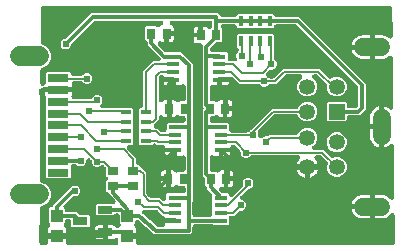
<source format=gbr>
G04 EAGLE Gerber RS-274X export*
G75*
%MOMM*%
%FSLAX34Y34*%
%LPD*%
%INTop Copper*%
%IPPOS*%
%AMOC8*
5,1,8,0,0,1.08239X$1,22.5*%
G01*
%ADD10C,1.676400*%
%ADD11R,1.800000X0.700000*%
%ADD12R,1.350000X1.350000*%
%ADD13C,1.350000*%
%ADD14C,1.500000*%
%ADD15R,1.000000X1.100000*%
%ADD16R,1.250000X0.650000*%
%ADD17R,1.100000X0.450000*%
%ADD18R,0.900000X0.450000*%
%ADD19R,0.450000X0.900000*%
%ADD20R,0.700000X0.900000*%
%ADD21R,0.900000X0.700000*%
%ADD22C,0.304800*%
%ADD23C,0.604000*%
%ADD24C,0.152400*%

G36*
X333748Y3814D02*
X333748Y3814D01*
X333778Y3812D01*
X333949Y3834D01*
X334120Y3851D01*
X334148Y3859D01*
X334177Y3863D01*
X334340Y3918D01*
X334505Y3969D01*
X334531Y3983D01*
X334559Y3992D01*
X334708Y4079D01*
X334859Y4161D01*
X334881Y4179D01*
X334907Y4194D01*
X335036Y4308D01*
X335168Y4418D01*
X335186Y4441D01*
X335209Y4461D01*
X335313Y4598D01*
X335420Y4732D01*
X335434Y4758D01*
X335452Y4782D01*
X335527Y4937D01*
X335606Y5089D01*
X335614Y5118D01*
X335627Y5144D01*
X335670Y5311D01*
X335717Y5476D01*
X335720Y5506D01*
X335727Y5534D01*
X335750Y5865D01*
X335488Y28825D01*
X335471Y28981D01*
X335460Y29137D01*
X335449Y29180D01*
X335444Y29225D01*
X335396Y29375D01*
X335355Y29526D01*
X335335Y29566D01*
X335321Y29609D01*
X335245Y29746D01*
X335175Y29886D01*
X335147Y29921D01*
X335125Y29961D01*
X335024Y30080D01*
X334927Y30203D01*
X334893Y30233D01*
X334864Y30267D01*
X334741Y30364D01*
X334622Y30466D01*
X334583Y30488D01*
X334547Y30516D01*
X334408Y30586D01*
X334271Y30663D01*
X334228Y30677D01*
X334188Y30697D01*
X334037Y30739D01*
X333888Y30787D01*
X333843Y30792D01*
X333800Y30804D01*
X333644Y30815D01*
X333488Y30833D01*
X333443Y30829D01*
X333398Y30832D01*
X333243Y30812D01*
X333087Y30799D01*
X333044Y30787D01*
X332999Y30781D01*
X332850Y30730D01*
X332700Y30687D01*
X332660Y30666D01*
X332618Y30652D01*
X332482Y30573D01*
X332343Y30500D01*
X332308Y30472D01*
X332269Y30450D01*
X332152Y30346D01*
X332030Y30247D01*
X331997Y30209D01*
X331968Y30183D01*
X331915Y30114D01*
X331814Y29996D01*
X331671Y29799D01*
X330553Y28681D01*
X329274Y27752D01*
X327866Y27035D01*
X326363Y26547D01*
X324802Y26299D01*
X318543Y26299D01*
X318543Y36340D01*
X318543Y46381D01*
X324802Y46381D01*
X326363Y46133D01*
X327866Y45645D01*
X329274Y44928D01*
X330553Y43999D01*
X331736Y42815D01*
X331758Y42791D01*
X331875Y42654D01*
X331892Y42641D01*
X331906Y42625D01*
X332050Y42517D01*
X332192Y42405D01*
X332211Y42396D01*
X332228Y42383D01*
X332390Y42305D01*
X332551Y42224D01*
X332572Y42218D01*
X332591Y42209D01*
X332766Y42165D01*
X332939Y42117D01*
X332960Y42115D01*
X332981Y42110D01*
X333161Y42101D01*
X333341Y42089D01*
X333362Y42091D01*
X333383Y42090D01*
X333562Y42117D01*
X333740Y42140D01*
X333760Y42147D01*
X333782Y42150D01*
X333951Y42211D01*
X334121Y42269D01*
X334140Y42280D01*
X334160Y42287D01*
X334314Y42381D01*
X334470Y42471D01*
X334486Y42485D01*
X334504Y42496D01*
X334637Y42619D01*
X334771Y42738D01*
X334784Y42755D01*
X334800Y42769D01*
X334906Y42915D01*
X335015Y43059D01*
X335024Y43078D01*
X335037Y43095D01*
X335111Y43259D01*
X335190Y43421D01*
X335195Y43442D01*
X335204Y43461D01*
X335245Y43637D01*
X335290Y43811D01*
X335291Y43835D01*
X335296Y43853D01*
X335298Y43932D01*
X335313Y44142D01*
X334817Y87565D01*
X334796Y87758D01*
X334774Y87960D01*
X334773Y87962D01*
X334773Y87965D01*
X334713Y88152D01*
X334652Y88344D01*
X334651Y88346D01*
X334650Y88349D01*
X334554Y88522D01*
X334458Y88696D01*
X334456Y88698D01*
X334455Y88701D01*
X334324Y88854D01*
X334197Y89003D01*
X334195Y89005D01*
X334193Y89007D01*
X334037Y89129D01*
X333881Y89253D01*
X333879Y89254D01*
X333877Y89256D01*
X333699Y89345D01*
X333522Y89435D01*
X333520Y89436D01*
X333517Y89437D01*
X333329Y89489D01*
X333134Y89543D01*
X333132Y89543D01*
X333129Y89544D01*
X332935Y89558D01*
X332733Y89572D01*
X332730Y89572D01*
X332727Y89572D01*
X332533Y89547D01*
X332333Y89522D01*
X332331Y89521D01*
X332328Y89521D01*
X332138Y89456D01*
X331952Y89394D01*
X331949Y89392D01*
X331947Y89392D01*
X331776Y89293D01*
X331603Y89193D01*
X331601Y89191D01*
X331598Y89190D01*
X331583Y89176D01*
X331350Y88978D01*
X331053Y88681D01*
X329774Y87752D01*
X328366Y87035D01*
X326863Y86547D01*
X326543Y86496D01*
X326543Y103840D01*
X326543Y121184D01*
X326863Y121133D01*
X328366Y120645D01*
X329774Y119928D01*
X331182Y118905D01*
X331193Y118899D01*
X331284Y118824D01*
X331303Y118814D01*
X331319Y118801D01*
X331480Y118720D01*
X331640Y118635D01*
X331660Y118629D01*
X331679Y118620D01*
X331853Y118572D01*
X332026Y118520D01*
X332047Y118518D01*
X332067Y118513D01*
X332247Y118500D01*
X332426Y118483D01*
X332447Y118486D01*
X332468Y118484D01*
X332647Y118507D01*
X332827Y118527D01*
X332847Y118533D01*
X332868Y118536D01*
X333039Y118594D01*
X333211Y118648D01*
X333229Y118658D01*
X333249Y118665D01*
X333405Y118755D01*
X333563Y118843D01*
X333579Y118856D01*
X333597Y118867D01*
X333732Y118986D01*
X333870Y119103D01*
X333883Y119120D01*
X333899Y119133D01*
X334008Y119277D01*
X334120Y119419D01*
X334130Y119438D01*
X334142Y119454D01*
X334221Y119617D01*
X334303Y119778D01*
X334308Y119798D01*
X334317Y119817D01*
X334362Y119992D01*
X334411Y120166D01*
X334412Y120186D01*
X334417Y120207D01*
X334441Y120538D01*
X333965Y162213D01*
X333943Y162406D01*
X333921Y162608D01*
X333921Y162610D01*
X333920Y162613D01*
X333860Y162801D01*
X333800Y162992D01*
X333799Y162994D01*
X333798Y162996D01*
X333703Y163167D01*
X333605Y163344D01*
X333603Y163346D01*
X333602Y163348D01*
X333474Y163499D01*
X333344Y163651D01*
X333342Y163653D01*
X333341Y163654D01*
X333187Y163775D01*
X333028Y163901D01*
X333026Y163902D01*
X333024Y163903D01*
X332845Y163994D01*
X332669Y164083D01*
X332667Y164083D01*
X332665Y164085D01*
X332472Y164138D01*
X332281Y164191D01*
X332279Y164191D01*
X332277Y164192D01*
X332079Y164205D01*
X331880Y164220D01*
X331878Y164220D01*
X331875Y164220D01*
X331677Y164194D01*
X331480Y164169D01*
X331478Y164169D01*
X331476Y164168D01*
X331286Y164104D01*
X331099Y164041D01*
X331097Y164040D01*
X331094Y164039D01*
X330920Y163938D01*
X330750Y163840D01*
X330748Y163838D01*
X330746Y163837D01*
X330731Y163824D01*
X330622Y163732D01*
X329274Y162752D01*
X327866Y162035D01*
X326363Y161547D01*
X324802Y161299D01*
X318543Y161299D01*
X318543Y171340D01*
X318543Y181381D01*
X324802Y181381D01*
X326363Y181133D01*
X327866Y180645D01*
X329274Y179928D01*
X330529Y179016D01*
X330583Y178984D01*
X330632Y178946D01*
X330757Y178883D01*
X330876Y178813D01*
X330936Y178793D01*
X330992Y178764D01*
X331126Y178727D01*
X331257Y178682D01*
X331320Y178674D01*
X331380Y178657D01*
X331519Y178648D01*
X331656Y178629D01*
X331719Y178634D01*
X331782Y178629D01*
X331920Y178647D01*
X332058Y178656D01*
X332119Y178673D01*
X332181Y178681D01*
X332313Y178725D01*
X332447Y178762D01*
X332503Y178790D01*
X332562Y178810D01*
X332683Y178880D01*
X332807Y178942D01*
X332856Y178980D01*
X332911Y179012D01*
X333015Y179104D01*
X333124Y179189D01*
X333165Y179237D01*
X333212Y179278D01*
X333296Y179389D01*
X333387Y179494D01*
X333417Y179549D01*
X333455Y179599D01*
X333516Y179725D01*
X333584Y179846D01*
X333603Y179905D01*
X333631Y179962D01*
X333665Y180096D01*
X333708Y180229D01*
X333715Y180291D01*
X333731Y180352D01*
X333744Y180546D01*
X333754Y180629D01*
X333752Y180652D01*
X333754Y180683D01*
X333485Y204241D01*
X333484Y204247D01*
X333485Y204254D01*
X333462Y204445D01*
X333440Y204641D01*
X333439Y204647D01*
X333438Y204653D01*
X333378Y204838D01*
X333318Y205025D01*
X333315Y205030D01*
X333313Y205036D01*
X333217Y205207D01*
X333122Y205377D01*
X333118Y205381D01*
X333115Y205387D01*
X332988Y205534D01*
X332861Y205683D01*
X332856Y205687D01*
X332852Y205692D01*
X332699Y205810D01*
X332544Y205932D01*
X332539Y205935D01*
X332534Y205938D01*
X332359Y206025D01*
X332185Y206113D01*
X332179Y206115D01*
X332173Y206118D01*
X331983Y206169D01*
X331797Y206220D01*
X331791Y206221D01*
X331785Y206222D01*
X331454Y206249D01*
X38028Y206249D01*
X38017Y206248D01*
X38006Y206249D01*
X37817Y206228D01*
X37628Y206209D01*
X37617Y206206D01*
X37606Y206205D01*
X37425Y206147D01*
X37243Y206091D01*
X37233Y206086D01*
X37222Y206082D01*
X37056Y205990D01*
X36889Y205899D01*
X36880Y205892D01*
X36870Y205887D01*
X36725Y205763D01*
X36580Y205642D01*
X36572Y205633D01*
X36564Y205626D01*
X36446Y205475D01*
X36327Y205328D01*
X36322Y205318D01*
X36315Y205309D01*
X36229Y205138D01*
X36142Y204971D01*
X36139Y204960D01*
X36133Y204950D01*
X36083Y204766D01*
X36030Y204584D01*
X36029Y204572D01*
X36026Y204562D01*
X35997Y204231D01*
X35812Y175281D01*
X35814Y175253D01*
X35812Y175224D01*
X35833Y175053D01*
X35849Y174880D01*
X35857Y174853D01*
X35861Y174824D01*
X35915Y174661D01*
X35965Y174495D01*
X35978Y174469D01*
X35987Y174442D01*
X36073Y174292D01*
X36154Y174140D01*
X36172Y174117D01*
X36187Y174092D01*
X36300Y173962D01*
X36410Y173829D01*
X36432Y173810D01*
X36451Y173789D01*
X36589Y173683D01*
X36722Y173574D01*
X36747Y173561D01*
X36770Y173543D01*
X37065Y173392D01*
X40294Y172055D01*
X43081Y169268D01*
X44589Y165627D01*
X44589Y161685D01*
X43081Y158044D01*
X40294Y155257D01*
X37174Y153965D01*
X36916Y153858D01*
X36902Y153851D01*
X36887Y153846D01*
X36725Y153756D01*
X36561Y153668D01*
X36549Y153658D01*
X36535Y153651D01*
X36394Y153530D01*
X36251Y153412D01*
X36241Y153400D01*
X36229Y153389D01*
X36114Y153243D01*
X35997Y153099D01*
X35990Y153085D01*
X35980Y153073D01*
X35896Y152906D01*
X35810Y152743D01*
X35806Y152728D01*
X35799Y152713D01*
X35749Y152534D01*
X35697Y152356D01*
X35696Y152341D01*
X35692Y152325D01*
X35662Y151995D01*
X35589Y140574D01*
X35597Y140494D01*
X35594Y140414D01*
X35615Y140294D01*
X35626Y140173D01*
X35649Y140096D01*
X35663Y140018D01*
X35707Y139904D01*
X35742Y139787D01*
X35780Y139717D01*
X35809Y139642D01*
X35874Y139539D01*
X35932Y139432D01*
X35982Y139370D01*
X36025Y139303D01*
X36110Y139215D01*
X36187Y139121D01*
X36249Y139071D01*
X36305Y139013D01*
X36405Y138944D01*
X36499Y138867D01*
X36570Y138829D01*
X36636Y138784D01*
X36748Y138736D01*
X36856Y138679D01*
X36932Y138656D01*
X37005Y138625D01*
X37125Y138599D01*
X37242Y138565D01*
X37321Y138558D01*
X37399Y138541D01*
X37521Y138540D01*
X37643Y138529D01*
X37722Y138538D01*
X37802Y138537D01*
X37922Y138560D01*
X38043Y138574D01*
X38119Y138598D01*
X38197Y138613D01*
X38311Y138659D01*
X38427Y138696D01*
X38496Y138735D01*
X38570Y138765D01*
X38672Y138832D01*
X38778Y138892D01*
X38839Y138944D01*
X38906Y138988D01*
X38992Y139074D01*
X39085Y139153D01*
X39134Y139216D01*
X39191Y139272D01*
X39280Y139401D01*
X39334Y139470D01*
X39351Y139504D01*
X39379Y139545D01*
X39801Y140276D01*
X39825Y140306D01*
X39935Y140441D01*
X39948Y140465D01*
X39964Y140486D01*
X40042Y140643D01*
X40124Y140797D01*
X40132Y140822D01*
X40144Y140846D01*
X40189Y141016D01*
X40239Y141183D01*
X40241Y141209D01*
X40248Y141235D01*
X40275Y141566D01*
X40275Y149288D01*
X41168Y150181D01*
X60432Y150181D01*
X61325Y149288D01*
X61325Y149098D01*
X61327Y149080D01*
X61325Y149062D01*
X61346Y148880D01*
X61365Y148697D01*
X61370Y148680D01*
X61372Y148663D01*
X61429Y148488D01*
X61483Y148312D01*
X61491Y148297D01*
X61497Y148280D01*
X61587Y148120D01*
X61675Y147958D01*
X61686Y147945D01*
X61695Y147929D01*
X61816Y147789D01*
X61932Y147649D01*
X61946Y147638D01*
X61958Y147624D01*
X62103Y147512D01*
X62246Y147397D01*
X62262Y147389D01*
X62276Y147378D01*
X62441Y147296D01*
X62603Y147211D01*
X62620Y147206D01*
X62636Y147198D01*
X62815Y147151D01*
X62990Y147100D01*
X63008Y147098D01*
X63025Y147094D01*
X63356Y147067D01*
X69948Y147067D01*
X69975Y147069D01*
X70001Y147067D01*
X70175Y147089D01*
X70349Y147107D01*
X70374Y147114D01*
X70401Y147118D01*
X70567Y147173D01*
X70734Y147225D01*
X70757Y147238D01*
X70783Y147246D01*
X70934Y147333D01*
X71088Y147417D01*
X71108Y147434D01*
X71131Y147447D01*
X71384Y147662D01*
X72356Y148633D01*
X74026Y149325D01*
X75834Y149325D01*
X77504Y148633D01*
X78783Y147354D01*
X79475Y145684D01*
X79475Y143876D01*
X78783Y142206D01*
X77504Y140927D01*
X75834Y140235D01*
X74026Y140235D01*
X72356Y140927D01*
X71384Y141898D01*
X71364Y141915D01*
X71346Y141936D01*
X71208Y142043D01*
X71073Y142153D01*
X71049Y142166D01*
X71028Y142182D01*
X70871Y142260D01*
X70717Y142342D01*
X70692Y142350D01*
X70668Y142362D01*
X70498Y142407D01*
X70331Y142457D01*
X70305Y142459D01*
X70279Y142466D01*
X69948Y142493D01*
X64037Y142493D01*
X63891Y142479D01*
X63745Y142472D01*
X63691Y142459D01*
X63636Y142453D01*
X63496Y142410D01*
X63354Y142375D01*
X63304Y142351D01*
X63251Y142335D01*
X63122Y142265D01*
X62990Y142203D01*
X62946Y142170D01*
X62897Y142143D01*
X62785Y142050D01*
X62667Y141962D01*
X62630Y141921D01*
X62588Y141886D01*
X62496Y141772D01*
X62398Y141663D01*
X62370Y141615D01*
X62335Y141572D01*
X62268Y141442D01*
X62194Y141316D01*
X62175Y141264D01*
X62150Y141215D01*
X62109Y141074D01*
X62061Y140936D01*
X62054Y140881D01*
X62039Y140828D01*
X62027Y140682D01*
X62007Y140537D01*
X62010Y140482D01*
X62006Y140426D01*
X62023Y140281D01*
X62032Y140135D01*
X62046Y140082D01*
X62053Y140027D01*
X62098Y139887D01*
X62136Y139746D01*
X62142Y139733D01*
X62341Y138991D01*
X62341Y137187D01*
X50800Y137187D01*
X37586Y137187D01*
X37568Y137186D01*
X37550Y137187D01*
X37368Y137166D01*
X37185Y137147D01*
X37168Y137142D01*
X37150Y137140D01*
X36976Y137083D01*
X36800Y137029D01*
X36784Y137021D01*
X36767Y137015D01*
X36607Y136925D01*
X36446Y136838D01*
X36432Y136826D01*
X36417Y136817D01*
X36278Y136697D01*
X36137Y136580D01*
X36126Y136566D01*
X36112Y136554D01*
X36000Y136409D01*
X35885Y136266D01*
X35876Y136250D01*
X35865Y136236D01*
X35783Y136071D01*
X35699Y135909D01*
X35694Y135892D01*
X35686Y135876D01*
X35638Y135698D01*
X35588Y135522D01*
X35586Y135504D01*
X35582Y135487D01*
X35554Y135156D01*
X35556Y135138D01*
X35555Y135121D01*
X35555Y135120D01*
X35576Y134938D01*
X35594Y134755D01*
X35600Y134738D01*
X35602Y134720D01*
X35659Y134546D01*
X35712Y134370D01*
X35721Y134355D01*
X35726Y134338D01*
X35817Y134177D01*
X35904Y134016D01*
X35916Y134003D01*
X35924Y133987D01*
X36045Y133848D01*
X36162Y133707D01*
X36176Y133696D01*
X36188Y133682D01*
X36333Y133570D01*
X36476Y133455D01*
X36492Y133446D01*
X36506Y133436D01*
X36671Y133354D01*
X36833Y133269D01*
X36850Y133264D01*
X36866Y133256D01*
X37044Y133208D01*
X37220Y133158D01*
X37238Y133156D01*
X37255Y133152D01*
X37586Y133125D01*
X50800Y133125D01*
X62341Y133125D01*
X62341Y131321D01*
X62168Y130675D01*
X62060Y130490D01*
X62000Y130356D01*
X61933Y130227D01*
X61917Y130173D01*
X61895Y130123D01*
X61862Y129980D01*
X61821Y129840D01*
X61817Y129784D01*
X61804Y129730D01*
X61800Y129584D01*
X61789Y129438D01*
X61795Y129383D01*
X61793Y129328D01*
X61818Y129184D01*
X61835Y129039D01*
X61853Y128986D01*
X61862Y128931D01*
X61915Y128795D01*
X61960Y128656D01*
X61988Y128607D01*
X62008Y128556D01*
X62086Y128432D01*
X62158Y128305D01*
X62194Y128263D01*
X62224Y128216D01*
X62326Y128111D01*
X62421Y128000D01*
X62465Y127967D01*
X62504Y127927D01*
X62624Y127843D01*
X62739Y127754D01*
X62789Y127729D01*
X62835Y127697D01*
X62969Y127640D01*
X63100Y127574D01*
X63154Y127560D01*
X63204Y127538D01*
X63347Y127508D01*
X63489Y127470D01*
X63552Y127465D01*
X63598Y127455D01*
X63682Y127454D01*
X63819Y127443D01*
X77789Y127443D01*
X77811Y127445D01*
X77833Y127443D01*
X78011Y127465D01*
X78189Y127483D01*
X78211Y127489D01*
X78233Y127492D01*
X78403Y127548D01*
X78574Y127601D01*
X78594Y127611D01*
X78615Y127618D01*
X78771Y127707D01*
X78928Y127793D01*
X78945Y127807D01*
X78965Y127818D01*
X79100Y127936D01*
X79237Y128050D01*
X79251Y128068D01*
X79268Y128082D01*
X79377Y128224D01*
X79490Y128364D01*
X79500Y128384D01*
X79514Y128402D01*
X79665Y128697D01*
X79713Y128812D01*
X80992Y130091D01*
X82662Y130783D01*
X84470Y130783D01*
X86140Y130091D01*
X87419Y128812D01*
X88111Y127142D01*
X88111Y125334D01*
X87419Y123664D01*
X86858Y123102D01*
X86852Y123095D01*
X86845Y123090D01*
X86725Y122941D01*
X86602Y122791D01*
X86598Y122783D01*
X86593Y122776D01*
X86505Y122607D01*
X86414Y122435D01*
X86411Y122426D01*
X86407Y122419D01*
X86354Y122235D01*
X86299Y122049D01*
X86298Y122040D01*
X86296Y122032D01*
X86280Y121841D01*
X86263Y121648D01*
X86264Y121639D01*
X86263Y121630D01*
X86285Y121441D01*
X86306Y121248D01*
X86309Y121239D01*
X86310Y121231D01*
X86369Y121048D01*
X86428Y120864D01*
X86432Y120856D01*
X86435Y120848D01*
X86530Y120679D01*
X86622Y120512D01*
X86628Y120505D01*
X86633Y120497D01*
X86759Y120351D01*
X86883Y120205D01*
X86890Y120199D01*
X86896Y120192D01*
X87050Y120073D01*
X87199Y119955D01*
X87207Y119951D01*
X87214Y119946D01*
X87387Y119859D01*
X87558Y119773D01*
X87566Y119770D01*
X87574Y119766D01*
X87763Y119716D01*
X87946Y119665D01*
X87954Y119664D01*
X87963Y119662D01*
X88294Y119635D01*
X101579Y119635D01*
X101606Y119637D01*
X101632Y119635D01*
X101806Y119657D01*
X101980Y119675D01*
X102005Y119682D01*
X102032Y119686D01*
X102197Y119741D01*
X102365Y119793D01*
X102388Y119806D01*
X102413Y119814D01*
X102565Y119901D01*
X102590Y119915D01*
X112964Y119915D01*
X113857Y119022D01*
X113857Y113150D01*
X113817Y113071D01*
X113731Y112909D01*
X113726Y112892D01*
X113718Y112876D01*
X113668Y112699D01*
X113616Y112523D01*
X113615Y112506D01*
X113610Y112488D01*
X113596Y112305D01*
X113580Y112122D01*
X113582Y112105D01*
X113580Y112087D01*
X113603Y111904D01*
X113623Y111722D01*
X113629Y111705D01*
X113631Y111687D01*
X113689Y111513D01*
X113745Y111338D01*
X113753Y111323D01*
X113759Y111306D01*
X113851Y111146D01*
X113857Y111135D01*
X113857Y105150D01*
X113817Y105071D01*
X113731Y104909D01*
X113726Y104892D01*
X113718Y104876D01*
X113668Y104699D01*
X113616Y104523D01*
X113615Y104506D01*
X113610Y104488D01*
X113596Y104305D01*
X113580Y104122D01*
X113582Y104105D01*
X113580Y104087D01*
X113603Y103904D01*
X113623Y103722D01*
X113629Y103705D01*
X113631Y103687D01*
X113689Y103513D01*
X113745Y103338D01*
X113753Y103323D01*
X113759Y103306D01*
X113851Y103146D01*
X113857Y103135D01*
X113857Y97150D01*
X113817Y97071D01*
X113731Y96909D01*
X113726Y96892D01*
X113718Y96876D01*
X113668Y96699D01*
X113616Y96523D01*
X113615Y96506D01*
X113610Y96488D01*
X113596Y96305D01*
X113580Y96122D01*
X113582Y96105D01*
X113580Y96087D01*
X113603Y95904D01*
X113623Y95722D01*
X113629Y95705D01*
X113631Y95687D01*
X113689Y95513D01*
X113745Y95338D01*
X113753Y95323D01*
X113759Y95306D01*
X113851Y95146D01*
X113857Y95135D01*
X113857Y89258D01*
X112964Y88365D01*
X110645Y88365D01*
X110636Y88364D01*
X110627Y88365D01*
X110433Y88344D01*
X110244Y88325D01*
X110235Y88323D01*
X110226Y88322D01*
X110042Y88264D01*
X109859Y88207D01*
X109851Y88203D01*
X109843Y88200D01*
X109675Y88108D01*
X109505Y88015D01*
X109498Y88010D01*
X109490Y88005D01*
X109344Y87882D01*
X109196Y87758D01*
X109190Y87751D01*
X109183Y87745D01*
X109064Y87594D01*
X108943Y87444D01*
X108939Y87436D01*
X108934Y87429D01*
X108846Y87256D01*
X108758Y87087D01*
X108755Y87078D01*
X108751Y87070D01*
X108699Y86884D01*
X108646Y86700D01*
X108646Y86691D01*
X108643Y86682D01*
X108629Y86489D01*
X108614Y86298D01*
X108615Y86290D01*
X108614Y86281D01*
X108638Y86088D01*
X108660Y85899D01*
X108663Y85890D01*
X108664Y85881D01*
X108726Y85697D01*
X108785Y85516D01*
X108790Y85508D01*
X108793Y85500D01*
X108889Y85333D01*
X108983Y85165D01*
X108989Y85158D01*
X108994Y85151D01*
X109208Y84898D01*
X116333Y77773D01*
X116333Y73754D01*
X116335Y73736D01*
X116333Y73718D01*
X116354Y73536D01*
X116373Y73353D01*
X116378Y73336D01*
X116380Y73319D01*
X116437Y73144D01*
X116491Y72968D01*
X116499Y72953D01*
X116505Y72936D01*
X116595Y72776D01*
X116683Y72614D01*
X116694Y72601D01*
X116703Y72585D01*
X116823Y72446D01*
X116940Y72305D01*
X116954Y72294D01*
X116966Y72280D01*
X117111Y72168D01*
X117254Y72053D01*
X117270Y72045D01*
X117284Y72034D01*
X117449Y71952D01*
X117611Y71867D01*
X117628Y71862D01*
X117644Y71854D01*
X117823Y71807D01*
X117998Y71756D01*
X118016Y71754D01*
X118033Y71750D01*
X118364Y71723D01*
X119178Y71723D01*
X120081Y70819D01*
X120093Y70721D01*
X120111Y70548D01*
X120118Y70522D01*
X120122Y70496D01*
X120177Y70330D01*
X120229Y70163D01*
X120242Y70139D01*
X120250Y70114D01*
X120337Y69962D01*
X120421Y69809D01*
X120438Y69789D01*
X120451Y69765D01*
X120666Y69512D01*
X125223Y64955D01*
X125223Y47763D01*
X125225Y47736D01*
X125223Y47709D01*
X125245Y47535D01*
X125263Y47362D01*
X125270Y47336D01*
X125274Y47310D01*
X125329Y47144D01*
X125381Y46977D01*
X125394Y46953D01*
X125402Y46928D01*
X125489Y46776D01*
X125573Y46623D01*
X125590Y46603D01*
X125603Y46579D01*
X125818Y46326D01*
X127912Y44232D01*
X127933Y44215D01*
X127950Y44194D01*
X128088Y44087D01*
X128224Y43977D01*
X128247Y43964D01*
X128269Y43948D01*
X128425Y43870D01*
X128579Y43788D01*
X128605Y43780D01*
X128629Y43768D01*
X128798Y43723D01*
X128965Y43673D01*
X128992Y43671D01*
X129018Y43664D01*
X129349Y43637D01*
X136641Y43637D01*
X138576Y41702D01*
X138663Y41614D01*
X138671Y41609D01*
X138676Y41602D01*
X138827Y41481D01*
X138975Y41359D01*
X138983Y41355D01*
X138990Y41349D01*
X139160Y41261D01*
X139331Y41171D01*
X139339Y41168D01*
X139347Y41164D01*
X139531Y41111D01*
X139716Y41056D01*
X139726Y41055D01*
X139734Y41052D01*
X139925Y41037D01*
X140117Y41019D01*
X140127Y41020D01*
X140136Y41020D01*
X140325Y41042D01*
X140518Y41063D01*
X140526Y41065D01*
X140535Y41066D01*
X140717Y41126D01*
X140902Y41184D01*
X140910Y41188D01*
X140918Y41191D01*
X141086Y41286D01*
X141254Y41379D01*
X141261Y41385D01*
X141269Y41389D01*
X141414Y41515D01*
X141561Y41639D01*
X141567Y41646D01*
X141574Y41652D01*
X141691Y41803D01*
X141811Y41955D01*
X141815Y41963D01*
X141820Y41970D01*
X141905Y42142D01*
X141993Y42314D01*
X141996Y42323D01*
X142000Y42331D01*
X142050Y42517D01*
X142101Y42702D01*
X142102Y42711D01*
X142104Y42720D01*
X142131Y43051D01*
X142131Y46922D01*
X143024Y47815D01*
X155348Y47815D01*
X155354Y47810D01*
X155524Y47721D01*
X155695Y47631D01*
X155703Y47628D01*
X155711Y47624D01*
X155897Y47571D01*
X156081Y47516D01*
X156090Y47515D01*
X156098Y47513D01*
X156290Y47497D01*
X156482Y47480D01*
X156491Y47481D01*
X156500Y47480D01*
X156690Y47502D01*
X156882Y47523D01*
X156890Y47526D01*
X156899Y47527D01*
X157082Y47586D01*
X157266Y47645D01*
X157274Y47649D01*
X157282Y47652D01*
X157449Y47746D01*
X157618Y47839D01*
X157625Y47845D01*
X157633Y47850D01*
X157778Y47975D01*
X157925Y48100D01*
X157931Y48107D01*
X157938Y48113D01*
X158055Y48264D01*
X158175Y48416D01*
X158179Y48424D01*
X158184Y48431D01*
X158270Y48603D01*
X158357Y48775D01*
X158360Y48783D01*
X158364Y48791D01*
X158414Y48978D01*
X158465Y49163D01*
X158466Y49171D01*
X158468Y49180D01*
X158495Y49511D01*
X158495Y51888D01*
X158493Y51906D01*
X158495Y51924D01*
X158474Y52106D01*
X158455Y52289D01*
X158450Y52306D01*
X158448Y52323D01*
X158391Y52498D01*
X158337Y52674D01*
X158329Y52689D01*
X158323Y52706D01*
X158233Y52866D01*
X158145Y53028D01*
X158134Y53041D01*
X158125Y53057D01*
X158005Y53196D01*
X157888Y53337D01*
X157874Y53348D01*
X157862Y53362D01*
X157717Y53474D01*
X157574Y53589D01*
X157558Y53597D01*
X157544Y53608D01*
X157379Y53690D01*
X157217Y53775D01*
X157200Y53780D01*
X157184Y53788D01*
X157005Y53835D01*
X156830Y53886D01*
X156812Y53888D01*
X156795Y53892D01*
X156464Y53919D01*
X152736Y53919D01*
X152507Y54149D01*
X152443Y54201D01*
X152386Y54260D01*
X152288Y54328D01*
X152195Y54404D01*
X152123Y54443D01*
X152055Y54489D01*
X151945Y54537D01*
X151839Y54593D01*
X151761Y54616D01*
X151685Y54649D01*
X151568Y54673D01*
X151454Y54707D01*
X151371Y54715D01*
X151291Y54732D01*
X151172Y54733D01*
X151053Y54744D01*
X150971Y54735D01*
X150888Y54736D01*
X150771Y54713D01*
X150652Y54700D01*
X150574Y54676D01*
X150493Y54660D01*
X150382Y54615D01*
X150268Y54579D01*
X150196Y54539D01*
X150120Y54508D01*
X150021Y54442D01*
X149916Y54384D01*
X149853Y54331D01*
X149785Y54285D01*
X149700Y54201D01*
X149609Y54124D01*
X149558Y54059D01*
X149500Y54001D01*
X149459Y53942D01*
X148928Y53411D01*
X148349Y53076D01*
X147703Y52903D01*
X145899Y52903D01*
X145899Y59944D01*
X145899Y66985D01*
X147703Y66985D01*
X148349Y66812D01*
X148928Y66477D01*
X149479Y65926D01*
X149546Y65833D01*
X149606Y65777D01*
X149659Y65714D01*
X149753Y65640D01*
X149841Y65559D01*
X149911Y65516D01*
X149975Y65464D01*
X150082Y65410D01*
X150184Y65348D01*
X150261Y65319D01*
X150334Y65282D01*
X150450Y65250D01*
X150561Y65209D01*
X150643Y65196D01*
X150722Y65174D01*
X150841Y65165D01*
X150959Y65147D01*
X151042Y65151D01*
X151124Y65145D01*
X151242Y65160D01*
X151362Y65165D01*
X151441Y65185D01*
X151523Y65195D01*
X151636Y65233D01*
X151752Y65262D01*
X151827Y65297D01*
X151905Y65323D01*
X152008Y65383D01*
X152116Y65434D01*
X152182Y65483D01*
X152254Y65524D01*
X152370Y65623D01*
X152439Y65675D01*
X152466Y65705D01*
X152507Y65739D01*
X152736Y65969D01*
X156464Y65969D01*
X156482Y65971D01*
X156500Y65969D01*
X156682Y65990D01*
X156865Y66009D01*
X156882Y66014D01*
X156899Y66016D01*
X157074Y66073D01*
X157250Y66127D01*
X157265Y66135D01*
X157282Y66141D01*
X157442Y66231D01*
X157604Y66319D01*
X157617Y66330D01*
X157633Y66339D01*
X157772Y66459D01*
X157913Y66576D01*
X157924Y66590D01*
X157938Y66602D01*
X158050Y66747D01*
X158165Y66890D01*
X158173Y66906D01*
X158184Y66920D01*
X158266Y67085D01*
X158351Y67247D01*
X158356Y67264D01*
X158364Y67280D01*
X158411Y67458D01*
X158462Y67634D01*
X158464Y67652D01*
X158468Y67669D01*
X158495Y68000D01*
X158495Y77663D01*
X158487Y77745D01*
X158489Y77827D01*
X158467Y77945D01*
X158455Y78064D01*
X158431Y78142D01*
X158417Y78223D01*
X158372Y78334D01*
X158337Y78449D01*
X158298Y78521D01*
X158268Y78597D01*
X158202Y78698D01*
X158145Y78803D01*
X158093Y78866D01*
X158048Y78935D01*
X157964Y79020D01*
X157888Y79112D01*
X157824Y79163D01*
X157766Y79222D01*
X157667Y79289D01*
X157574Y79364D01*
X157501Y79402D01*
X157433Y79448D01*
X157323Y79495D01*
X157217Y79550D01*
X157138Y79572D01*
X157062Y79604D01*
X156945Y79628D01*
X156830Y79661D01*
X156748Y79668D01*
X156667Y79684D01*
X156548Y79684D01*
X156428Y79694D01*
X156347Y79685D01*
X156265Y79685D01*
X156115Y79657D01*
X156029Y79647D01*
X155990Y79635D01*
X155938Y79625D01*
X155244Y79439D01*
X151441Y79439D01*
X151441Y84230D01*
X151440Y84247D01*
X151441Y84265D01*
X151420Y84448D01*
X151401Y84630D01*
X151396Y84647D01*
X151394Y84665D01*
X151337Y84840D01*
X151283Y85015D01*
X151275Y85031D01*
X151269Y85048D01*
X151179Y85208D01*
X151092Y85369D01*
X151080Y85383D01*
X151071Y85398D01*
X150951Y85538D01*
X150834Y85678D01*
X150834Y85679D01*
X150833Y85679D01*
X150820Y85690D01*
X150808Y85703D01*
X150808Y85704D01*
X150663Y85816D01*
X150520Y85931D01*
X150504Y85940D01*
X150490Y85950D01*
X150325Y86032D01*
X150162Y86117D01*
X150145Y86122D01*
X150129Y86130D01*
X149951Y86178D01*
X149775Y86228D01*
X149758Y86230D01*
X149740Y86234D01*
X149410Y86261D01*
X141369Y86261D01*
X141369Y86412D01*
X141367Y86430D01*
X141369Y86448D01*
X141348Y86630D01*
X141329Y86813D01*
X141324Y86830D01*
X141322Y86847D01*
X141265Y87022D01*
X141211Y87198D01*
X141203Y87213D01*
X141197Y87230D01*
X141107Y87390D01*
X141019Y87552D01*
X141008Y87565D01*
X140999Y87581D01*
X140879Y87720D01*
X140762Y87861D01*
X140748Y87872D01*
X140736Y87886D01*
X140591Y87998D01*
X140448Y88113D01*
X140432Y88121D01*
X140418Y88132D01*
X140254Y88214D01*
X140091Y88299D01*
X140074Y88304D01*
X140058Y88312D01*
X139879Y88359D01*
X139704Y88410D01*
X139686Y88412D01*
X139669Y88416D01*
X139338Y88443D01*
X134383Y88443D01*
X133648Y89178D01*
X133635Y89189D01*
X133623Y89203D01*
X133479Y89316D01*
X133337Y89433D01*
X133321Y89441D01*
X133307Y89452D01*
X133143Y89535D01*
X132981Y89621D01*
X132964Y89626D01*
X132948Y89634D01*
X132771Y89684D01*
X132595Y89736D01*
X132578Y89738D01*
X132560Y89742D01*
X132377Y89756D01*
X132194Y89772D01*
X132177Y89771D01*
X132159Y89772D01*
X131977Y89749D01*
X131794Y89729D01*
X131777Y89724D01*
X131759Y89721D01*
X131586Y89663D01*
X131410Y89608D01*
X131395Y89599D01*
X131378Y89593D01*
X131219Y89502D01*
X131058Y89413D01*
X131044Y89401D01*
X131029Y89392D01*
X130776Y89178D01*
X129964Y88365D01*
X119700Y88365D01*
X118807Y89258D01*
X118807Y95130D01*
X118847Y95209D01*
X118933Y95371D01*
X118938Y95388D01*
X118946Y95404D01*
X118996Y95581D01*
X119048Y95757D01*
X119049Y95774D01*
X119054Y95792D01*
X119068Y95975D01*
X119084Y96158D01*
X119082Y96175D01*
X119084Y96193D01*
X119061Y96376D01*
X119041Y96558D01*
X119035Y96575D01*
X119033Y96593D01*
X118975Y96767D01*
X118919Y96942D01*
X118911Y96957D01*
X118905Y96974D01*
X118813Y97134D01*
X118807Y97145D01*
X118807Y103130D01*
X118847Y103209D01*
X118933Y103371D01*
X118938Y103388D01*
X118946Y103404D01*
X118996Y103581D01*
X119048Y103757D01*
X119049Y103774D01*
X119054Y103792D01*
X119068Y103975D01*
X119084Y104158D01*
X119082Y104175D01*
X119084Y104193D01*
X119061Y104376D01*
X119041Y104558D01*
X119035Y104575D01*
X119033Y104593D01*
X118975Y104766D01*
X118919Y104942D01*
X118911Y104957D01*
X118905Y104974D01*
X118813Y105134D01*
X118807Y105145D01*
X118807Y111130D01*
X118847Y111208D01*
X118933Y111371D01*
X118938Y111388D01*
X118946Y111404D01*
X118996Y111581D01*
X119048Y111757D01*
X119049Y111774D01*
X119054Y111792D01*
X119068Y111975D01*
X119084Y112158D01*
X119082Y112175D01*
X119084Y112193D01*
X119061Y112376D01*
X119041Y112558D01*
X119035Y112575D01*
X119033Y112593D01*
X118975Y112767D01*
X118919Y112942D01*
X118911Y112957D01*
X118905Y112974D01*
X118813Y113134D01*
X118807Y113145D01*
X118807Y119022D01*
X119700Y119915D01*
X120514Y119915D01*
X120532Y119917D01*
X120550Y119915D01*
X120732Y119936D01*
X120915Y119955D01*
X120932Y119960D01*
X120949Y119962D01*
X121124Y120019D01*
X121300Y120073D01*
X121315Y120081D01*
X121332Y120087D01*
X121492Y120177D01*
X121654Y120265D01*
X121667Y120276D01*
X121683Y120285D01*
X121822Y120405D01*
X121963Y120522D01*
X121974Y120536D01*
X121988Y120548D01*
X122100Y120693D01*
X122215Y120836D01*
X122223Y120852D01*
X122234Y120866D01*
X122316Y121031D01*
X122401Y121193D01*
X122406Y121210D01*
X122414Y121226D01*
X122461Y121405D01*
X122512Y121580D01*
X122514Y121598D01*
X122518Y121615D01*
X122545Y121946D01*
X122545Y151179D01*
X130573Y159207D01*
X135518Y159207D01*
X135527Y159208D01*
X135536Y159207D01*
X135729Y159228D01*
X135918Y159247D01*
X135927Y159249D01*
X135936Y159250D01*
X136119Y159308D01*
X136303Y159365D01*
X136311Y159369D01*
X136320Y159372D01*
X136487Y159464D01*
X136657Y159557D01*
X136664Y159562D01*
X136672Y159567D01*
X136819Y159691D01*
X136967Y159814D01*
X136972Y159821D01*
X136979Y159827D01*
X137099Y159979D01*
X137219Y160128D01*
X137223Y160136D01*
X137229Y160143D01*
X137316Y160316D01*
X137405Y160485D01*
X137407Y160494D01*
X137411Y160502D01*
X137463Y160688D01*
X137516Y160872D01*
X137517Y160881D01*
X137519Y160890D01*
X137533Y161083D01*
X137549Y161274D01*
X137548Y161282D01*
X137548Y161291D01*
X137524Y161484D01*
X137502Y161673D01*
X137499Y161682D01*
X137498Y161691D01*
X137437Y161874D01*
X137377Y162056D01*
X137373Y162064D01*
X137370Y162072D01*
X137274Y162239D01*
X137179Y162407D01*
X137173Y162414D01*
X137169Y162421D01*
X136954Y162674D01*
X126341Y173287D01*
X126341Y174931D01*
X126339Y174958D01*
X126341Y174984D01*
X126319Y175158D01*
X126301Y175332D01*
X126294Y175357D01*
X126290Y175384D01*
X126235Y175549D01*
X126183Y175717D01*
X126170Y175740D01*
X126162Y175765D01*
X126075Y175917D01*
X125991Y176071D01*
X125974Y176091D01*
X125961Y176114D01*
X125746Y176367D01*
X124365Y177748D01*
X124365Y188012D01*
X125258Y188905D01*
X133522Y188905D01*
X133751Y188675D01*
X133815Y188623D01*
X133872Y188563D01*
X133971Y188495D01*
X134063Y188420D01*
X134136Y188381D01*
X134204Y188334D01*
X134313Y188287D01*
X134418Y188231D01*
X134498Y188208D01*
X134573Y188175D01*
X134690Y188150D01*
X134804Y188116D01*
X134887Y188109D01*
X134967Y188092D01*
X135087Y188091D01*
X135205Y188080D01*
X135287Y188089D01*
X135370Y188088D01*
X135487Y188111D01*
X135606Y188123D01*
X135684Y188148D01*
X135765Y188164D01*
X135876Y188209D01*
X135989Y188245D01*
X136062Y188285D01*
X136138Y188316D01*
X136237Y188382D01*
X136342Y188440D01*
X136405Y188493D01*
X136473Y188539D01*
X136558Y188623D01*
X136649Y188700D01*
X136700Y188765D01*
X136758Y188823D01*
X136799Y188882D01*
X137330Y189413D01*
X137909Y189748D01*
X138135Y189808D01*
X138263Y189856D01*
X138395Y189897D01*
X138451Y189927D01*
X138511Y189950D01*
X138628Y190023D01*
X138749Y190089D01*
X138798Y190130D01*
X138853Y190164D01*
X138952Y190258D01*
X139058Y190346D01*
X139098Y190396D01*
X139145Y190441D01*
X139224Y190553D01*
X139310Y190660D01*
X139340Y190717D01*
X139377Y190770D01*
X139433Y190896D01*
X139496Y191017D01*
X139513Y191079D01*
X139539Y191138D01*
X139569Y191272D01*
X139607Y191404D01*
X139612Y191468D01*
X139626Y191531D01*
X139629Y191668D01*
X139640Y191806D01*
X139632Y191870D01*
X139634Y191934D01*
X139609Y192069D01*
X139593Y192205D01*
X139573Y192267D01*
X139562Y192330D01*
X139511Y192457D01*
X139468Y192588D01*
X139437Y192644D01*
X139413Y192704D01*
X139338Y192819D01*
X139270Y192939D01*
X139228Y192987D01*
X139193Y193041D01*
X139097Y193140D01*
X139007Y193244D01*
X138956Y193283D01*
X138911Y193329D01*
X138797Y193406D01*
X138689Y193490D01*
X138631Y193519D01*
X138578Y193555D01*
X138452Y193608D01*
X138329Y193670D01*
X138266Y193686D01*
X138207Y193711D01*
X138073Y193738D01*
X137940Y193774D01*
X137866Y193780D01*
X137813Y193791D01*
X137733Y193791D01*
X137609Y193801D01*
X82114Y193801D01*
X82088Y193799D01*
X82061Y193801D01*
X81887Y193779D01*
X81714Y193761D01*
X81688Y193754D01*
X81661Y193750D01*
X81496Y193695D01*
X81329Y193643D01*
X81305Y193630D01*
X81280Y193622D01*
X81128Y193535D01*
X80975Y193451D01*
X80954Y193434D01*
X80931Y193421D01*
X80678Y193206D01*
X62290Y174818D01*
X62273Y174797D01*
X62252Y174780D01*
X62145Y174642D01*
X62035Y174507D01*
X62022Y174483D01*
X62006Y174462D01*
X61928Y174305D01*
X61846Y174151D01*
X61838Y174125D01*
X61826Y174101D01*
X61781Y173932D01*
X61731Y173765D01*
X61729Y173738D01*
X61722Y173713D01*
X61695Y173382D01*
X61695Y173086D01*
X61003Y171416D01*
X59724Y170137D01*
X58054Y169445D01*
X56246Y169445D01*
X54576Y170137D01*
X53297Y171416D01*
X52605Y173086D01*
X52605Y174894D01*
X53297Y176564D01*
X54576Y177843D01*
X56246Y178535D01*
X56542Y178535D01*
X56568Y178537D01*
X56595Y178535D01*
X56769Y178557D01*
X56942Y178575D01*
X56968Y178582D01*
X56995Y178586D01*
X57160Y178641D01*
X57327Y178693D01*
X57351Y178706D01*
X57376Y178714D01*
X57528Y178801D01*
X57681Y178885D01*
X57702Y178902D01*
X57725Y178915D01*
X57978Y179130D01*
X78747Y199899D01*
X185785Y199899D01*
X187735Y197948D01*
X187737Y197945D01*
X187743Y197928D01*
X187833Y197768D01*
X187921Y197606D01*
X187932Y197593D01*
X187941Y197577D01*
X188061Y197438D01*
X188178Y197297D01*
X188192Y197286D01*
X188204Y197272D01*
X188349Y197160D01*
X188492Y197045D01*
X188508Y197037D01*
X188522Y197026D01*
X188687Y196944D01*
X188849Y196859D01*
X188866Y196854D01*
X188882Y196846D01*
X189061Y196799D01*
X189236Y196748D01*
X189254Y196746D01*
X189271Y196742D01*
X189602Y196715D01*
X199872Y196715D01*
X199890Y196717D01*
X199908Y196715D01*
X200090Y196736D01*
X200273Y196755D01*
X200290Y196760D01*
X200307Y196762D01*
X200482Y196819D01*
X200658Y196873D01*
X200673Y196881D01*
X200690Y196887D01*
X200850Y196977D01*
X201012Y197065D01*
X201025Y197076D01*
X201041Y197085D01*
X201180Y197205D01*
X201321Y197322D01*
X201332Y197336D01*
X201346Y197348D01*
X201458Y197493D01*
X201573Y197636D01*
X201581Y197652D01*
X201592Y197666D01*
X201674Y197831D01*
X201759Y197993D01*
X201764Y198010D01*
X201772Y198026D01*
X201819Y198205D01*
X201870Y198380D01*
X201872Y198398D01*
X201876Y198415D01*
X201903Y198746D01*
X201903Y198798D01*
X202796Y199691D01*
X208668Y199691D01*
X208747Y199651D01*
X208909Y199565D01*
X208926Y199560D01*
X208942Y199552D01*
X209119Y199503D01*
X209295Y199450D01*
X209313Y199449D01*
X209330Y199444D01*
X209513Y199430D01*
X209696Y199414D01*
X209714Y199416D01*
X209731Y199414D01*
X209913Y199437D01*
X210096Y199457D01*
X210113Y199463D01*
X210131Y199465D01*
X210305Y199523D01*
X210480Y199579D01*
X210496Y199587D01*
X210513Y199593D01*
X210672Y199685D01*
X210683Y199691D01*
X216668Y199691D01*
X216747Y199651D01*
X216909Y199565D01*
X216926Y199560D01*
X216942Y199552D01*
X217119Y199503D01*
X217295Y199450D01*
X217313Y199449D01*
X217330Y199444D01*
X217513Y199430D01*
X217696Y199414D01*
X217714Y199416D01*
X217731Y199414D01*
X217913Y199437D01*
X218096Y199457D01*
X218113Y199463D01*
X218131Y199465D01*
X218305Y199523D01*
X218480Y199579D01*
X218496Y199587D01*
X218513Y199593D01*
X218672Y199685D01*
X218683Y199691D01*
X224668Y199691D01*
X224747Y199651D01*
X224909Y199565D01*
X224926Y199560D01*
X224942Y199552D01*
X225119Y199503D01*
X225295Y199450D01*
X225313Y199449D01*
X225330Y199444D01*
X225513Y199430D01*
X225696Y199414D01*
X225714Y199416D01*
X225731Y199414D01*
X225913Y199437D01*
X226096Y199457D01*
X226113Y199463D01*
X226131Y199465D01*
X226305Y199523D01*
X226480Y199579D01*
X226496Y199587D01*
X226513Y199593D01*
X226672Y199685D01*
X226683Y199691D01*
X232560Y199691D01*
X233453Y198798D01*
X233453Y198746D01*
X233455Y198728D01*
X233453Y198710D01*
X233474Y198528D01*
X233493Y198345D01*
X233498Y198328D01*
X233500Y198311D01*
X233557Y198136D01*
X233611Y197960D01*
X233619Y197945D01*
X233625Y197928D01*
X233715Y197768D01*
X233803Y197606D01*
X233814Y197593D01*
X233823Y197577D01*
X233943Y197438D01*
X234060Y197297D01*
X234074Y197286D01*
X234086Y197272D01*
X234231Y197160D01*
X234374Y197045D01*
X234390Y197037D01*
X234404Y197026D01*
X234569Y196944D01*
X234731Y196859D01*
X234748Y196854D01*
X234764Y196846D01*
X234943Y196799D01*
X235118Y196748D01*
X235136Y196746D01*
X235153Y196742D01*
X235484Y196715D01*
X254637Y196715D01*
X310897Y140455D01*
X310897Y118879D01*
X305809Y113791D01*
X296818Y113791D01*
X296800Y113789D01*
X296782Y113791D01*
X296600Y113770D01*
X296417Y113751D01*
X296400Y113746D01*
X296383Y113744D01*
X296208Y113687D01*
X296032Y113633D01*
X296017Y113625D01*
X296000Y113619D01*
X295840Y113529D01*
X295678Y113441D01*
X295665Y113430D01*
X295649Y113421D01*
X295510Y113301D01*
X295369Y113184D01*
X295358Y113170D01*
X295344Y113158D01*
X295232Y113013D01*
X295117Y112870D01*
X295109Y112854D01*
X295098Y112840D01*
X295016Y112675D01*
X294931Y112513D01*
X294926Y112496D01*
X294918Y112480D01*
X294871Y112301D01*
X294820Y112126D01*
X294818Y112108D01*
X294814Y112091D01*
X294787Y111760D01*
X294787Y109458D01*
X293894Y108565D01*
X279130Y108565D01*
X278237Y109458D01*
X278237Y124222D01*
X279130Y125115D01*
X293894Y125115D01*
X294787Y124222D01*
X294787Y121920D01*
X294789Y121902D01*
X294787Y121884D01*
X294808Y121702D01*
X294827Y121519D01*
X294832Y121502D01*
X294834Y121485D01*
X294891Y121309D01*
X294945Y121134D01*
X294953Y121119D01*
X294959Y121102D01*
X295049Y120942D01*
X295137Y120780D01*
X295148Y120767D01*
X295157Y120751D01*
X295278Y120611D01*
X295394Y120471D01*
X295408Y120460D01*
X295420Y120446D01*
X295565Y120334D01*
X295708Y120219D01*
X295724Y120211D01*
X295738Y120200D01*
X295903Y120118D01*
X296065Y120033D01*
X296082Y120028D01*
X296098Y120020D01*
X296277Y119973D01*
X296452Y119922D01*
X296470Y119920D01*
X296487Y119916D01*
X296818Y119889D01*
X302442Y119889D01*
X302468Y119891D01*
X302495Y119889D01*
X302669Y119911D01*
X302842Y119929D01*
X302868Y119936D01*
X302895Y119940D01*
X303060Y119995D01*
X303227Y120047D01*
X303251Y120060D01*
X303276Y120068D01*
X303428Y120155D01*
X303581Y120239D01*
X303602Y120256D01*
X303625Y120269D01*
X303878Y120484D01*
X304204Y120810D01*
X304221Y120831D01*
X304242Y120848D01*
X304349Y120986D01*
X304459Y121121D01*
X304472Y121145D01*
X304488Y121166D01*
X304566Y121323D01*
X304648Y121477D01*
X304656Y121503D01*
X304668Y121527D01*
X304713Y121696D01*
X304763Y121863D01*
X304765Y121890D01*
X304772Y121915D01*
X304799Y122246D01*
X304799Y137088D01*
X304797Y137114D01*
X304799Y137141D01*
X304777Y137315D01*
X304759Y137488D01*
X304752Y137514D01*
X304748Y137541D01*
X304693Y137706D01*
X304641Y137873D01*
X304628Y137897D01*
X304620Y137922D01*
X304533Y138074D01*
X304449Y138227D01*
X304432Y138248D01*
X304419Y138271D01*
X304204Y138524D01*
X252706Y190022D01*
X252685Y190039D01*
X252668Y190060D01*
X252530Y190167D01*
X252395Y190277D01*
X252371Y190290D01*
X252350Y190306D01*
X252193Y190384D01*
X252039Y190466D01*
X252013Y190474D01*
X251989Y190486D01*
X251820Y190531D01*
X251653Y190581D01*
X251626Y190583D01*
X251601Y190590D01*
X251270Y190617D01*
X235484Y190617D01*
X235466Y190615D01*
X235448Y190617D01*
X235266Y190596D01*
X235083Y190577D01*
X235066Y190572D01*
X235049Y190570D01*
X234874Y190513D01*
X234698Y190459D01*
X234683Y190451D01*
X234666Y190445D01*
X234506Y190355D01*
X234344Y190267D01*
X234331Y190256D01*
X234315Y190247D01*
X234176Y190127D01*
X234035Y190010D01*
X234024Y189996D01*
X234010Y189984D01*
X233898Y189839D01*
X233783Y189696D01*
X233775Y189680D01*
X233764Y189666D01*
X233682Y189501D01*
X233597Y189339D01*
X233592Y189322D01*
X233584Y189306D01*
X233537Y189127D01*
X233486Y188952D01*
X233484Y188934D01*
X233480Y188917D01*
X233453Y188586D01*
X233453Y188534D01*
X232560Y187641D01*
X226688Y187641D01*
X226609Y187681D01*
X226447Y187767D01*
X226430Y187772D01*
X226414Y187780D01*
X226237Y187830D01*
X226061Y187882D01*
X226044Y187883D01*
X226026Y187888D01*
X225843Y187902D01*
X225660Y187918D01*
X225643Y187916D01*
X225625Y187918D01*
X225442Y187895D01*
X225260Y187875D01*
X225243Y187869D01*
X225225Y187867D01*
X225051Y187809D01*
X224876Y187753D01*
X224861Y187745D01*
X224844Y187739D01*
X224684Y187647D01*
X224673Y187641D01*
X218688Y187641D01*
X218609Y187681D01*
X218447Y187767D01*
X218430Y187772D01*
X218414Y187780D01*
X218237Y187830D01*
X218061Y187882D01*
X218044Y187883D01*
X218026Y187888D01*
X217843Y187902D01*
X217660Y187918D01*
X217643Y187916D01*
X217625Y187918D01*
X217442Y187895D01*
X217260Y187875D01*
X217243Y187869D01*
X217225Y187867D01*
X217051Y187809D01*
X216876Y187753D01*
X216861Y187745D01*
X216844Y187739D01*
X216684Y187647D01*
X216673Y187641D01*
X210688Y187641D01*
X210609Y187681D01*
X210447Y187767D01*
X210430Y187772D01*
X210414Y187780D01*
X210237Y187830D01*
X210061Y187882D01*
X210044Y187883D01*
X210026Y187888D01*
X209843Y187902D01*
X209660Y187918D01*
X209643Y187916D01*
X209625Y187918D01*
X209442Y187895D01*
X209260Y187875D01*
X209243Y187869D01*
X209225Y187867D01*
X209051Y187809D01*
X208876Y187753D01*
X208861Y187745D01*
X208844Y187739D01*
X208684Y187647D01*
X208673Y187641D01*
X202796Y187641D01*
X201903Y188534D01*
X201903Y188586D01*
X201901Y188604D01*
X201903Y188622D01*
X201882Y188804D01*
X201863Y188987D01*
X201858Y189004D01*
X201856Y189021D01*
X201799Y189196D01*
X201745Y189372D01*
X201737Y189387D01*
X201731Y189404D01*
X201641Y189564D01*
X201553Y189726D01*
X201542Y189739D01*
X201533Y189755D01*
X201413Y189894D01*
X201296Y190035D01*
X201282Y190046D01*
X201270Y190060D01*
X201125Y190172D01*
X200982Y190287D01*
X200966Y190295D01*
X200952Y190306D01*
X200787Y190388D01*
X200625Y190473D01*
X200608Y190478D01*
X200592Y190486D01*
X200413Y190533D01*
X200238Y190584D01*
X200220Y190586D01*
X200203Y190590D01*
X199872Y190617D01*
X190353Y190617D01*
X190344Y190616D01*
X190335Y190617D01*
X190143Y190596D01*
X189952Y190577D01*
X189944Y190575D01*
X189935Y190574D01*
X189753Y190516D01*
X189567Y190459D01*
X189559Y190455D01*
X189551Y190452D01*
X189383Y190359D01*
X189213Y190267D01*
X189207Y190262D01*
X189199Y190257D01*
X189051Y190132D01*
X188904Y190010D01*
X188899Y190003D01*
X188892Y189997D01*
X188772Y189845D01*
X188652Y189696D01*
X188648Y189688D01*
X188642Y189681D01*
X188554Y189508D01*
X188466Y189339D01*
X188464Y189330D01*
X188460Y189322D01*
X188408Y189137D01*
X188355Y188952D01*
X188354Y188943D01*
X188352Y188934D01*
X188338Y188742D01*
X188322Y188550D01*
X188323Y188542D01*
X188322Y188533D01*
X188346Y188342D01*
X188369Y188151D01*
X188372Y188142D01*
X188373Y188133D01*
X188434Y187952D01*
X188494Y187768D01*
X188498Y187760D01*
X188501Y187752D01*
X188597Y187584D01*
X188692Y187417D01*
X188697Y187410D01*
X188702Y187403D01*
X188917Y187150D01*
X189325Y186742D01*
X189325Y176478D01*
X188432Y175585D01*
X184920Y175585D01*
X184894Y175583D01*
X184867Y175585D01*
X184693Y175563D01*
X184520Y175545D01*
X184494Y175538D01*
X184467Y175534D01*
X184302Y175479D01*
X184135Y175427D01*
X184111Y175414D01*
X184086Y175406D01*
X183934Y175319D01*
X183781Y175235D01*
X183760Y175218D01*
X183737Y175205D01*
X183484Y174990D01*
X179666Y171172D01*
X179649Y171151D01*
X179628Y171134D01*
X179521Y170996D01*
X179411Y170861D01*
X179398Y170837D01*
X179382Y170816D01*
X179304Y170659D01*
X179222Y170505D01*
X179214Y170479D01*
X179202Y170455D01*
X179157Y170286D01*
X179107Y170119D01*
X179105Y170092D01*
X179098Y170067D01*
X179071Y169736D01*
X179071Y169226D01*
X179073Y169208D01*
X179071Y169190D01*
X179093Y169007D01*
X179111Y168825D01*
X179116Y168808D01*
X179118Y168791D01*
X179175Y168616D01*
X179229Y168440D01*
X179237Y168425D01*
X179243Y168408D01*
X179333Y168248D01*
X179421Y168086D01*
X179432Y168073D01*
X179441Y168057D01*
X179561Y167918D01*
X179678Y167777D01*
X179692Y167766D01*
X179704Y167752D01*
X179849Y167640D01*
X179992Y167525D01*
X180008Y167517D01*
X180022Y167506D01*
X180187Y167424D01*
X180349Y167339D01*
X180366Y167334D01*
X180382Y167326D01*
X180561Y167279D01*
X180736Y167228D01*
X180754Y167226D01*
X180771Y167222D01*
X181102Y167195D01*
X193272Y167195D01*
X194165Y166302D01*
X194165Y161238D01*
X194167Y161220D01*
X194165Y161202D01*
X194186Y161020D01*
X194205Y160837D01*
X194210Y160820D01*
X194212Y160803D01*
X194269Y160628D01*
X194323Y160452D01*
X194331Y160437D01*
X194337Y160420D01*
X194427Y160260D01*
X194515Y160098D01*
X194526Y160085D01*
X194535Y160069D01*
X194655Y159930D01*
X194772Y159789D01*
X194786Y159778D01*
X194798Y159764D01*
X194943Y159652D01*
X195086Y159537D01*
X195102Y159529D01*
X195116Y159518D01*
X195281Y159436D01*
X195443Y159351D01*
X195460Y159346D01*
X195476Y159338D01*
X195655Y159291D01*
X195830Y159240D01*
X195848Y159238D01*
X195865Y159234D01*
X196196Y159207D01*
X200055Y159207D01*
X200068Y159208D01*
X200082Y159207D01*
X200268Y159228D01*
X200456Y159247D01*
X200469Y159251D01*
X200482Y159252D01*
X200660Y159309D01*
X200841Y159365D01*
X200852Y159371D01*
X200865Y159375D01*
X201029Y159467D01*
X201195Y159557D01*
X201205Y159565D01*
X201217Y159572D01*
X201360Y159694D01*
X201504Y159814D01*
X201512Y159825D01*
X201522Y159833D01*
X201638Y159982D01*
X201756Y160128D01*
X201762Y160140D01*
X201771Y160150D01*
X201856Y160320D01*
X201942Y160485D01*
X201945Y160498D01*
X201951Y160510D01*
X202001Y160692D01*
X202053Y160872D01*
X202054Y160886D01*
X202058Y160899D01*
X202071Y161086D01*
X202086Y161274D01*
X202084Y161287D01*
X202085Y161300D01*
X202061Y161488D01*
X202039Y161673D01*
X202035Y161686D01*
X202033Y161699D01*
X201932Y162015D01*
X201449Y163180D01*
X201449Y164988D01*
X202141Y166658D01*
X203024Y167541D01*
X203035Y167555D01*
X203049Y167567D01*
X203163Y167711D01*
X203279Y167853D01*
X203287Y167868D01*
X203298Y167882D01*
X203382Y168047D01*
X203468Y168208D01*
X203473Y168225D01*
X203481Y168241D01*
X203530Y168419D01*
X203582Y168594D01*
X203584Y168612D01*
X203589Y168629D01*
X203602Y168812D01*
X203619Y168995D01*
X203617Y169013D01*
X203618Y169031D01*
X203595Y169213D01*
X203575Y169396D01*
X203570Y169413D01*
X203568Y169430D01*
X203509Y169604D01*
X203454Y169779D01*
X203445Y169795D01*
X203440Y169812D01*
X203348Y169971D01*
X203259Y170132D01*
X203247Y170145D01*
X203239Y170161D01*
X203024Y170414D01*
X201903Y171534D01*
X201903Y181798D01*
X202796Y182691D01*
X208668Y182691D01*
X208747Y182651D01*
X208909Y182565D01*
X208926Y182560D01*
X208942Y182552D01*
X209119Y182502D01*
X209295Y182450D01*
X209312Y182449D01*
X209330Y182444D01*
X209513Y182430D01*
X209696Y182414D01*
X209713Y182416D01*
X209731Y182414D01*
X209914Y182437D01*
X210096Y182457D01*
X210113Y182463D01*
X210131Y182465D01*
X210305Y182523D01*
X210480Y182579D01*
X210495Y182587D01*
X210512Y182593D01*
X210672Y182685D01*
X210683Y182691D01*
X216668Y182691D01*
X216747Y182651D01*
X216909Y182565D01*
X216926Y182560D01*
X216942Y182552D01*
X217119Y182502D01*
X217295Y182450D01*
X217312Y182449D01*
X217330Y182444D01*
X217513Y182430D01*
X217696Y182414D01*
X217713Y182416D01*
X217731Y182414D01*
X217914Y182437D01*
X218096Y182457D01*
X218113Y182463D01*
X218131Y182465D01*
X218305Y182523D01*
X218480Y182579D01*
X218495Y182587D01*
X218512Y182593D01*
X218672Y182685D01*
X218683Y182691D01*
X224668Y182691D01*
X224747Y182651D01*
X224909Y182565D01*
X224926Y182560D01*
X224942Y182552D01*
X225119Y182502D01*
X225295Y182450D01*
X225312Y182449D01*
X225330Y182444D01*
X225513Y182430D01*
X225696Y182414D01*
X225713Y182416D01*
X225731Y182414D01*
X225914Y182437D01*
X226096Y182457D01*
X226113Y182463D01*
X226131Y182465D01*
X226305Y182523D01*
X226480Y182579D01*
X226495Y182587D01*
X226512Y182593D01*
X226672Y182685D01*
X226683Y182691D01*
X232560Y182691D01*
X233453Y181798D01*
X233453Y170984D01*
X233427Y170667D01*
X233427Y161700D01*
X233429Y161673D01*
X233427Y161647D01*
X233449Y161473D01*
X233467Y161299D01*
X233474Y161274D01*
X233478Y161247D01*
X233533Y161081D01*
X233585Y160914D01*
X233598Y160891D01*
X233606Y160865D01*
X233693Y160714D01*
X233777Y160560D01*
X233794Y160540D01*
X233807Y160517D01*
X234022Y160264D01*
X234993Y159292D01*
X235685Y157622D01*
X235685Y155814D01*
X234993Y154144D01*
X233714Y152865D01*
X232044Y152173D01*
X230671Y152173D01*
X230644Y152171D01*
X230617Y152173D01*
X230443Y152151D01*
X230270Y152133D01*
X230244Y152126D01*
X230218Y152122D01*
X230052Y152067D01*
X229885Y152015D01*
X229861Y152002D01*
X229836Y151994D01*
X229684Y151907D01*
X229531Y151823D01*
X229511Y151806D01*
X229487Y151793D01*
X229234Y151578D01*
X227211Y149555D01*
X227203Y149545D01*
X227193Y149536D01*
X227075Y149389D01*
X226956Y149244D01*
X226950Y149232D01*
X226942Y149221D01*
X226855Y149053D01*
X226768Y148888D01*
X226764Y148875D01*
X226758Y148863D01*
X226706Y148682D01*
X226653Y148502D01*
X226652Y148489D01*
X226648Y148476D01*
X226634Y148290D01*
X226616Y148101D01*
X226618Y148088D01*
X226617Y148075D01*
X226639Y147890D01*
X226660Y147701D01*
X226664Y147688D01*
X226666Y147675D01*
X226724Y147498D01*
X226781Y147317D01*
X226788Y147305D01*
X226792Y147293D01*
X226885Y147129D01*
X226976Y146965D01*
X226985Y146955D01*
X226992Y146943D01*
X227116Y146800D01*
X227237Y146658D01*
X227247Y146650D01*
X227256Y146639D01*
X227405Y146525D01*
X227553Y146408D01*
X227561Y146404D01*
X228590Y145376D01*
X228610Y145359D01*
X228628Y145338D01*
X228766Y145231D01*
X228901Y145121D01*
X228925Y145108D01*
X228946Y145092D01*
X229103Y145014D01*
X229257Y144932D01*
X229282Y144924D01*
X229306Y144912D01*
X229476Y144867D01*
X229643Y144817D01*
X229669Y144815D01*
X229695Y144808D01*
X230026Y144781D01*
X232145Y144781D01*
X232172Y144783D01*
X232199Y144781D01*
X232373Y144803D01*
X232546Y144821D01*
X232572Y144828D01*
X232598Y144832D01*
X232764Y144887D01*
X232931Y144939D01*
X232955Y144952D01*
X232980Y144960D01*
X233132Y145047D01*
X233285Y145131D01*
X233305Y145148D01*
X233329Y145161D01*
X233582Y145376D01*
X241115Y152909D01*
X271965Y152909D01*
X279588Y145286D01*
X279605Y145272D01*
X279620Y145255D01*
X279761Y145144D01*
X279900Y145031D01*
X279919Y145020D01*
X279937Y145006D01*
X280097Y144926D01*
X280255Y144842D01*
X280277Y144836D01*
X280297Y144826D01*
X280470Y144778D01*
X280641Y144727D01*
X280664Y144725D01*
X280685Y144719D01*
X280864Y144707D01*
X281042Y144691D01*
X281064Y144693D01*
X281087Y144692D01*
X281264Y144715D01*
X281442Y144734D01*
X281464Y144741D01*
X281486Y144744D01*
X281802Y144845D01*
X284866Y146115D01*
X288158Y146115D01*
X291199Y144855D01*
X293527Y142527D01*
X294787Y139486D01*
X294787Y136194D01*
X293527Y133153D01*
X291199Y130825D01*
X288158Y129565D01*
X284866Y129565D01*
X281825Y130825D01*
X279497Y133153D01*
X278237Y136194D01*
X278237Y139327D01*
X278235Y139354D01*
X278237Y139381D01*
X278215Y139555D01*
X278197Y139728D01*
X278190Y139754D01*
X278186Y139780D01*
X278130Y139946D01*
X278079Y140113D01*
X278066Y140137D01*
X278058Y140162D01*
X277971Y140314D01*
X277887Y140467D01*
X277870Y140487D01*
X277857Y140511D01*
X277642Y140764D01*
X270666Y147740D01*
X270645Y147757D01*
X270628Y147778D01*
X270490Y147885D01*
X270354Y147995D01*
X270331Y148008D01*
X270309Y148024D01*
X270153Y148102D01*
X269999Y148184D01*
X269973Y148192D01*
X269949Y148204D01*
X269780Y148249D01*
X269613Y148299D01*
X269586Y148301D01*
X269560Y148308D01*
X269229Y148335D01*
X267623Y148335D01*
X267614Y148334D01*
X267605Y148335D01*
X267413Y148314D01*
X267222Y148295D01*
X267214Y148293D01*
X267205Y148292D01*
X267022Y148234D01*
X266837Y148177D01*
X266829Y148173D01*
X266821Y148170D01*
X266653Y148077D01*
X266483Y147985D01*
X266476Y147980D01*
X266469Y147975D01*
X266322Y147851D01*
X266174Y147728D01*
X266168Y147721D01*
X266162Y147715D01*
X266043Y147564D01*
X265922Y147414D01*
X265918Y147406D01*
X265912Y147399D01*
X265823Y147225D01*
X265736Y147057D01*
X265734Y147048D01*
X265730Y147040D01*
X265678Y146854D01*
X265625Y146670D01*
X265624Y146661D01*
X265622Y146652D01*
X265608Y146459D01*
X265592Y146268D01*
X265593Y146260D01*
X265592Y146251D01*
X265617Y146058D01*
X265639Y145869D01*
X265642Y145860D01*
X265643Y145851D01*
X265704Y145668D01*
X265764Y145486D01*
X265768Y145478D01*
X265771Y145470D01*
X265866Y145304D01*
X265962Y145135D01*
X265967Y145128D01*
X265972Y145121D01*
X266187Y144868D01*
X268527Y142527D01*
X269787Y139486D01*
X269787Y136194D01*
X268527Y133153D01*
X266199Y130825D01*
X263158Y129565D01*
X259866Y129565D01*
X256825Y130825D01*
X254497Y133153D01*
X253237Y136194D01*
X253237Y139486D01*
X254497Y142527D01*
X256837Y144868D01*
X256843Y144875D01*
X256850Y144880D01*
X256970Y145030D01*
X257093Y145179D01*
X257097Y145187D01*
X257102Y145194D01*
X257191Y145364D01*
X257281Y145535D01*
X257284Y145544D01*
X257288Y145551D01*
X257341Y145736D01*
X257396Y145921D01*
X257397Y145930D01*
X257399Y145938D01*
X257415Y146129D01*
X257432Y146322D01*
X257431Y146331D01*
X257432Y146340D01*
X257410Y146529D01*
X257389Y146722D01*
X257386Y146731D01*
X257385Y146739D01*
X257326Y146921D01*
X257267Y147106D01*
X257263Y147114D01*
X257260Y147122D01*
X257165Y147291D01*
X257073Y147458D01*
X257067Y147465D01*
X257062Y147473D01*
X256936Y147619D01*
X256812Y147765D01*
X256805Y147771D01*
X256799Y147778D01*
X256648Y147895D01*
X256496Y148015D01*
X256488Y148019D01*
X256481Y148024D01*
X256309Y148110D01*
X256137Y148197D01*
X256129Y148200D01*
X256121Y148204D01*
X255935Y148254D01*
X255749Y148305D01*
X255740Y148306D01*
X255732Y148308D01*
X255401Y148335D01*
X243851Y148335D01*
X243824Y148333D01*
X243797Y148335D01*
X243623Y148313D01*
X243450Y148295D01*
X243424Y148288D01*
X243398Y148284D01*
X243232Y148229D01*
X243065Y148177D01*
X243041Y148164D01*
X243016Y148156D01*
X242864Y148069D01*
X242711Y147985D01*
X242691Y147968D01*
X242667Y147955D01*
X242414Y147740D01*
X234881Y140207D01*
X230026Y140207D01*
X229999Y140205D01*
X229973Y140207D01*
X229799Y140185D01*
X229625Y140167D01*
X229600Y140160D01*
X229573Y140156D01*
X229407Y140101D01*
X229240Y140049D01*
X229217Y140036D01*
X229191Y140028D01*
X229040Y139941D01*
X228886Y139857D01*
X228866Y139840D01*
X228843Y139827D01*
X228590Y139612D01*
X227618Y138641D01*
X225948Y137949D01*
X224140Y137949D01*
X222470Y138641D01*
X221192Y139918D01*
X221172Y139935D01*
X221154Y139956D01*
X221016Y140062D01*
X220881Y140173D01*
X220857Y140186D01*
X220836Y140202D01*
X220679Y140280D01*
X220525Y140362D01*
X220500Y140370D01*
X220476Y140382D01*
X220306Y140427D01*
X220139Y140477D01*
X220113Y140479D01*
X220087Y140486D01*
X219756Y140513D01*
X203973Y140513D01*
X198648Y145838D01*
X198641Y145843D01*
X198636Y145850D01*
X198486Y145971D01*
X198337Y146093D01*
X198329Y146097D01*
X198322Y146103D01*
X198152Y146191D01*
X197981Y146281D01*
X197972Y146284D01*
X197965Y146288D01*
X197780Y146341D01*
X197595Y146396D01*
X197586Y146397D01*
X197578Y146400D01*
X197386Y146415D01*
X197194Y146433D01*
X197185Y146432D01*
X197176Y146432D01*
X196987Y146410D01*
X196794Y146389D01*
X196785Y146387D01*
X196777Y146386D01*
X196595Y146326D01*
X196410Y146268D01*
X196402Y146263D01*
X196394Y146261D01*
X196225Y146166D01*
X196058Y146073D01*
X196051Y146067D01*
X196043Y146063D01*
X195914Y145951D01*
X187140Y145951D01*
X187123Y145950D01*
X187105Y145951D01*
X186922Y145930D01*
X186740Y145911D01*
X186723Y145906D01*
X186705Y145904D01*
X186530Y145847D01*
X186355Y145793D01*
X186339Y145785D01*
X186322Y145779D01*
X186162Y145689D01*
X186001Y145602D01*
X185987Y145590D01*
X185972Y145581D01*
X185832Y145461D01*
X185692Y145344D01*
X185691Y145344D01*
X185691Y145343D01*
X185680Y145330D01*
X185667Y145318D01*
X185666Y145318D01*
X185554Y145173D01*
X185439Y145030D01*
X185430Y145014D01*
X185420Y145000D01*
X185338Y144835D01*
X185253Y144672D01*
X185248Y144655D01*
X185240Y144639D01*
X185192Y144461D01*
X185142Y144285D01*
X185140Y144268D01*
X185136Y144250D01*
X185109Y143920D01*
X185109Y139129D01*
X181102Y139129D01*
X181084Y139127D01*
X181066Y139129D01*
X180884Y139108D01*
X180701Y139089D01*
X180684Y139084D01*
X180667Y139082D01*
X180492Y139025D01*
X180316Y138971D01*
X180301Y138963D01*
X180284Y138957D01*
X180124Y138867D01*
X179962Y138779D01*
X179949Y138768D01*
X179933Y138759D01*
X179794Y138639D01*
X179653Y138522D01*
X179642Y138508D01*
X179628Y138496D01*
X179516Y138351D01*
X179401Y138208D01*
X179393Y138192D01*
X179382Y138178D01*
X179300Y138013D01*
X179215Y137851D01*
X179210Y137834D01*
X179202Y137818D01*
X179154Y137638D01*
X179104Y137464D01*
X179102Y137446D01*
X179098Y137429D01*
X179071Y137098D01*
X179071Y127436D01*
X179073Y127418D01*
X179071Y127400D01*
X179092Y127218D01*
X179111Y127035D01*
X179116Y127018D01*
X179118Y127001D01*
X179175Y126826D01*
X179229Y126650D01*
X179237Y126635D01*
X179243Y126618D01*
X179333Y126458D01*
X179421Y126296D01*
X179432Y126283D01*
X179441Y126267D01*
X179561Y126128D01*
X179678Y125987D01*
X179692Y125976D01*
X179704Y125962D01*
X179849Y125850D01*
X179992Y125735D01*
X180008Y125727D01*
X180022Y125716D01*
X180187Y125634D01*
X180349Y125549D01*
X180366Y125544D01*
X180382Y125536D01*
X180561Y125489D01*
X180736Y125438D01*
X180754Y125436D01*
X180771Y125432D01*
X181102Y125405D01*
X183052Y125405D01*
X183281Y125175D01*
X183345Y125123D01*
X183402Y125063D01*
X183501Y124995D01*
X183593Y124920D01*
X183666Y124881D01*
X183734Y124834D01*
X183843Y124787D01*
X183948Y124731D01*
X184028Y124708D01*
X184103Y124675D01*
X184220Y124650D01*
X184334Y124616D01*
X184417Y124609D01*
X184497Y124592D01*
X184617Y124591D01*
X184735Y124580D01*
X184817Y124589D01*
X184900Y124588D01*
X185017Y124611D01*
X185136Y124623D01*
X185214Y124648D01*
X185295Y124664D01*
X185406Y124709D01*
X185519Y124745D01*
X185592Y124785D01*
X185668Y124816D01*
X185767Y124882D01*
X185872Y124940D01*
X185935Y124993D01*
X186003Y125039D01*
X186088Y125123D01*
X186179Y125200D01*
X186230Y125265D01*
X186288Y125323D01*
X186329Y125382D01*
X186860Y125913D01*
X187439Y126248D01*
X188085Y126421D01*
X189889Y126421D01*
X189889Y119380D01*
X189889Y112339D01*
X188085Y112339D01*
X187439Y112512D01*
X186860Y112847D01*
X186309Y113397D01*
X186242Y113491D01*
X186182Y113547D01*
X186129Y113610D01*
X186035Y113684D01*
X185948Y113765D01*
X185877Y113808D01*
X185813Y113860D01*
X185706Y113914D01*
X185605Y113976D01*
X185527Y114005D01*
X185454Y114042D01*
X185339Y114074D01*
X185227Y114115D01*
X185145Y114128D01*
X185066Y114150D01*
X184947Y114159D01*
X184829Y114177D01*
X184747Y114173D01*
X184664Y114179D01*
X184546Y114164D01*
X184427Y114159D01*
X184347Y114139D01*
X184265Y114129D01*
X184152Y114091D01*
X184036Y114062D01*
X183961Y114027D01*
X183883Y114001D01*
X183780Y113941D01*
X183672Y113890D01*
X183606Y113841D01*
X183534Y113800D01*
X183418Y113701D01*
X183349Y113650D01*
X183322Y113619D01*
X183281Y113585D01*
X183052Y113355D01*
X181102Y113355D01*
X181084Y113353D01*
X181066Y113355D01*
X180884Y113334D01*
X180701Y113315D01*
X180684Y113310D01*
X180667Y113308D01*
X180492Y113251D01*
X180316Y113197D01*
X180301Y113189D01*
X180284Y113183D01*
X180124Y113093D01*
X179962Y113005D01*
X179949Y112994D01*
X179933Y112985D01*
X179794Y112865D01*
X179653Y112748D01*
X179642Y112734D01*
X179628Y112722D01*
X179516Y112577D01*
X179401Y112434D01*
X179393Y112418D01*
X179382Y112404D01*
X179300Y112239D01*
X179215Y112077D01*
X179210Y112060D01*
X179202Y112044D01*
X179155Y111865D01*
X179104Y111690D01*
X179102Y111672D01*
X179098Y111655D01*
X179071Y111324D01*
X179071Y109220D01*
X179073Y109202D01*
X179071Y109184D01*
X179092Y109002D01*
X179111Y108819D01*
X179116Y108802D01*
X179118Y108785D01*
X179175Y108610D01*
X179229Y108434D01*
X179237Y108419D01*
X179243Y108402D01*
X179333Y108242D01*
X179421Y108080D01*
X179432Y108067D01*
X179441Y108051D01*
X179561Y107912D01*
X179678Y107771D01*
X179692Y107760D01*
X179704Y107746D01*
X179849Y107634D01*
X179992Y107519D01*
X180008Y107511D01*
X180022Y107500D01*
X180187Y107418D01*
X180349Y107333D01*
X180366Y107328D01*
X180382Y107320D01*
X180561Y107273D01*
X180736Y107222D01*
X180754Y107220D01*
X180771Y107216D01*
X181102Y107189D01*
X181121Y107189D01*
X181130Y107190D01*
X181138Y107189D01*
X181154Y107191D01*
X181174Y107189D01*
X181348Y107211D01*
X181522Y107229D01*
X181547Y107236D01*
X181574Y107240D01*
X181740Y107296D01*
X181907Y107347D01*
X181930Y107360D01*
X181956Y107368D01*
X182107Y107455D01*
X182198Y107505D01*
X194542Y107505D01*
X195435Y106612D01*
X195435Y101092D01*
X195437Y101074D01*
X195435Y101056D01*
X195456Y100874D01*
X195475Y100691D01*
X195480Y100674D01*
X195482Y100657D01*
X195539Y100482D01*
X195593Y100306D01*
X195601Y100291D01*
X195607Y100274D01*
X195697Y100114D01*
X195785Y99952D01*
X195796Y99939D01*
X195805Y99923D01*
X195926Y99783D01*
X196042Y99643D01*
X196056Y99632D01*
X196068Y99618D01*
X196213Y99506D01*
X196356Y99391D01*
X196372Y99383D01*
X196386Y99372D01*
X196551Y99290D01*
X196713Y99205D01*
X196730Y99200D01*
X196746Y99192D01*
X196925Y99145D01*
X197100Y99094D01*
X197118Y99092D01*
X197135Y99088D01*
X197466Y99061D01*
X210664Y99061D01*
X210691Y99063D01*
X210717Y99061D01*
X210891Y99083D01*
X211065Y99101D01*
X211090Y99108D01*
X211117Y99112D01*
X211283Y99167D01*
X211450Y99219D01*
X211473Y99232D01*
X211499Y99240D01*
X211650Y99327D01*
X211804Y99411D01*
X211824Y99428D01*
X211847Y99441D01*
X212100Y99656D01*
X213100Y100655D01*
X213151Y100685D01*
X213301Y100765D01*
X213325Y100785D01*
X213352Y100801D01*
X213605Y101015D01*
X231717Y119127D01*
X252145Y119127D01*
X252168Y119129D01*
X252190Y119127D01*
X252367Y119149D01*
X252546Y119167D01*
X252567Y119173D01*
X252590Y119176D01*
X252759Y119232D01*
X252931Y119285D01*
X252951Y119295D01*
X252972Y119302D01*
X253128Y119391D01*
X253285Y119477D01*
X253302Y119491D01*
X253322Y119502D01*
X253457Y119620D01*
X253594Y119734D01*
X253608Y119752D01*
X253625Y119766D01*
X253734Y119908D01*
X253847Y120048D01*
X253857Y120068D01*
X253870Y120086D01*
X254022Y120381D01*
X254497Y121527D01*
X256825Y123855D01*
X259866Y125115D01*
X263158Y125115D01*
X266199Y123855D01*
X268527Y121527D01*
X269787Y118486D01*
X269787Y115194D01*
X268527Y112153D01*
X266199Y109825D01*
X263158Y108565D01*
X259866Y108565D01*
X256825Y109825D01*
X254497Y112153D01*
X254022Y113299D01*
X254012Y113319D01*
X254005Y113340D01*
X253916Y113497D01*
X253832Y113654D01*
X253818Y113671D01*
X253807Y113691D01*
X253689Y113827D01*
X253575Y113965D01*
X253558Y113979D01*
X253544Y113996D01*
X253402Y114105D01*
X253263Y114218D01*
X253243Y114229D01*
X253225Y114242D01*
X253065Y114322D01*
X252906Y114405D01*
X252885Y114412D01*
X252865Y114422D01*
X252691Y114468D01*
X252520Y114518D01*
X252498Y114520D01*
X252476Y114526D01*
X252145Y114553D01*
X234453Y114553D01*
X234426Y114551D01*
X234399Y114553D01*
X234225Y114531D01*
X234052Y114513D01*
X234026Y114506D01*
X234000Y114502D01*
X233834Y114447D01*
X233667Y114395D01*
X233643Y114382D01*
X233618Y114374D01*
X233466Y114287D01*
X233313Y114203D01*
X233293Y114186D01*
X233269Y114173D01*
X233016Y113958D01*
X220139Y101081D01*
X220124Y101063D01*
X220107Y101049D01*
X219997Y100908D01*
X219883Y100769D01*
X219873Y100749D01*
X219859Y100732D01*
X219779Y100572D01*
X219695Y100413D01*
X219688Y100392D01*
X219678Y100372D01*
X219631Y100199D01*
X219580Y100028D01*
X219578Y100005D01*
X219572Y99984D01*
X219560Y99805D01*
X219544Y99627D01*
X219546Y99604D01*
X219545Y99582D01*
X219568Y99404D01*
X219587Y99226D01*
X219594Y99205D01*
X219597Y99183D01*
X219698Y98867D01*
X220191Y97678D01*
X220191Y96140D01*
X220192Y96131D01*
X220191Y96122D01*
X220211Y95932D01*
X220231Y95739D01*
X220233Y95731D01*
X220234Y95722D01*
X220292Y95538D01*
X220349Y95354D01*
X220353Y95346D01*
X220356Y95338D01*
X220449Y95169D01*
X220541Y95000D01*
X220546Y94993D01*
X220551Y94986D01*
X220675Y94839D01*
X220798Y94691D01*
X220805Y94685D01*
X220811Y94679D01*
X220962Y94559D01*
X221112Y94439D01*
X221120Y94435D01*
X221127Y94429D01*
X221299Y94342D01*
X221469Y94253D01*
X221478Y94251D01*
X221486Y94247D01*
X221671Y94195D01*
X221856Y94142D01*
X221865Y94141D01*
X221874Y94139D01*
X222066Y94125D01*
X222258Y94109D01*
X222266Y94110D01*
X222275Y94109D01*
X222467Y94133D01*
X222657Y94156D01*
X222666Y94159D01*
X222675Y94160D01*
X222857Y94221D01*
X223040Y94281D01*
X223048Y94285D01*
X223056Y94288D01*
X223224Y94384D01*
X223391Y94479D01*
X223398Y94484D01*
X223405Y94489D01*
X223658Y94704D01*
X223994Y95039D01*
X224805Y95375D01*
X225664Y95731D01*
X227037Y95731D01*
X227064Y95733D01*
X227091Y95731D01*
X227265Y95753D01*
X227438Y95771D01*
X227464Y95778D01*
X227490Y95782D01*
X227656Y95837D01*
X227823Y95889D01*
X227847Y95902D01*
X227872Y95910D01*
X228024Y95997D01*
X228177Y96081D01*
X228197Y96098D01*
X228221Y96111D01*
X228474Y96326D01*
X229275Y97127D01*
X252145Y97127D01*
X252168Y97129D01*
X252190Y97127D01*
X252367Y97149D01*
X252546Y97167D01*
X252567Y97173D01*
X252590Y97176D01*
X252759Y97232D01*
X252931Y97285D01*
X252951Y97295D01*
X252972Y97302D01*
X253128Y97391D01*
X253285Y97477D01*
X253302Y97491D01*
X253322Y97502D01*
X253457Y97620D01*
X253594Y97734D01*
X253608Y97752D01*
X253625Y97766D01*
X253734Y97908D01*
X253847Y98048D01*
X253857Y98068D01*
X253870Y98086D01*
X254022Y98381D01*
X254497Y99527D01*
X256825Y101855D01*
X259866Y103115D01*
X263158Y103115D01*
X266199Y101855D01*
X268527Y99527D01*
X269787Y96486D01*
X269787Y93194D01*
X268527Y90153D01*
X266171Y87796D01*
X266165Y87789D01*
X266158Y87784D01*
X266038Y87634D01*
X265915Y87485D01*
X265911Y87477D01*
X265906Y87470D01*
X265817Y87300D01*
X265727Y87129D01*
X265724Y87120D01*
X265720Y87113D01*
X265667Y86928D01*
X265612Y86743D01*
X265611Y86734D01*
X265609Y86726D01*
X265593Y86534D01*
X265576Y86342D01*
X265577Y86333D01*
X265576Y86324D01*
X265598Y86133D01*
X265619Y85942D01*
X265622Y85933D01*
X265623Y85925D01*
X265682Y85742D01*
X265741Y85558D01*
X265745Y85550D01*
X265748Y85542D01*
X265844Y85372D01*
X265935Y85206D01*
X265941Y85199D01*
X265946Y85191D01*
X266072Y85045D01*
X266196Y84899D01*
X266203Y84893D01*
X266209Y84886D01*
X266360Y84769D01*
X266512Y84649D01*
X266520Y84645D01*
X266527Y84640D01*
X266699Y84554D01*
X266871Y84467D01*
X266879Y84464D01*
X266887Y84460D01*
X267073Y84410D01*
X267259Y84359D01*
X267268Y84358D01*
X267276Y84356D01*
X267607Y84329D01*
X275257Y84329D01*
X277192Y82394D01*
X281506Y78080D01*
X281523Y78066D01*
X281538Y78049D01*
X281679Y77938D01*
X281817Y77825D01*
X281837Y77815D01*
X281855Y77801D01*
X282015Y77720D01*
X282173Y77636D01*
X282194Y77630D01*
X282214Y77620D01*
X282387Y77573D01*
X282559Y77522D01*
X282581Y77520D01*
X282603Y77514D01*
X282781Y77501D01*
X282960Y77485D01*
X282982Y77488D01*
X283004Y77486D01*
X283182Y77509D01*
X283360Y77529D01*
X283381Y77535D01*
X283404Y77538D01*
X283719Y77640D01*
X284866Y78115D01*
X288158Y78115D01*
X291199Y76855D01*
X293527Y74527D01*
X294787Y71486D01*
X294787Y68194D01*
X293527Y65153D01*
X291199Y62825D01*
X288158Y61565D01*
X284866Y61565D01*
X281825Y62825D01*
X279497Y65153D01*
X278237Y68194D01*
X278237Y71486D01*
X278712Y72633D01*
X278719Y72654D01*
X278729Y72674D01*
X278777Y72846D01*
X278829Y73018D01*
X278831Y73040D01*
X278837Y73062D01*
X278850Y73241D01*
X278867Y73419D01*
X278865Y73441D01*
X278866Y73463D01*
X278844Y73641D01*
X278825Y73819D01*
X278819Y73841D01*
X278816Y73863D01*
X278759Y74033D01*
X278705Y74204D01*
X278695Y74223D01*
X278688Y74244D01*
X278598Y74399D01*
X278512Y74557D01*
X278498Y74574D01*
X278487Y74593D01*
X278272Y74846D01*
X273958Y79160D01*
X273937Y79177D01*
X273920Y79198D01*
X273782Y79304D01*
X273646Y79415D01*
X273622Y79428D01*
X273601Y79444D01*
X273445Y79522D01*
X273291Y79604D01*
X273265Y79612D01*
X273241Y79624D01*
X273072Y79669D01*
X272905Y79719D01*
X272878Y79721D01*
X272852Y79728D01*
X272521Y79755D01*
X269640Y79755D01*
X269631Y79754D01*
X269622Y79755D01*
X269431Y79735D01*
X269239Y79715D01*
X269230Y79713D01*
X269222Y79712D01*
X269038Y79654D01*
X268854Y79597D01*
X268846Y79593D01*
X268838Y79590D01*
X268669Y79497D01*
X268500Y79405D01*
X268493Y79400D01*
X268485Y79395D01*
X268338Y79270D01*
X268191Y79148D01*
X268185Y79141D01*
X268178Y79135D01*
X268059Y78984D01*
X267939Y78834D01*
X267934Y78826D01*
X267929Y78819D01*
X267841Y78646D01*
X267753Y78477D01*
X267751Y78468D01*
X267746Y78460D01*
X267695Y78274D01*
X267642Y78090D01*
X267641Y78081D01*
X267638Y78072D01*
X267624Y77880D01*
X267609Y77688D01*
X267610Y77680D01*
X267609Y77671D01*
X267633Y77479D01*
X267656Y77289D01*
X267658Y77280D01*
X267660Y77271D01*
X267721Y77089D01*
X267780Y76906D01*
X267785Y76898D01*
X267788Y76890D01*
X267884Y76722D01*
X267978Y76555D01*
X267984Y76548D01*
X267989Y76541D01*
X268203Y76288D01*
X268599Y75892D01*
X269458Y74709D01*
X270122Y73407D01*
X270550Y72089D01*
X261730Y72089D01*
X261712Y72087D01*
X261695Y72089D01*
X261531Y72070D01*
X261294Y72089D01*
X252474Y72089D01*
X252902Y73407D01*
X253566Y74709D01*
X254425Y75892D01*
X254821Y76288D01*
X254826Y76295D01*
X254833Y76300D01*
X254953Y76449D01*
X255076Y76599D01*
X255080Y76607D01*
X255085Y76614D01*
X255174Y76784D01*
X255264Y76955D01*
X255267Y76964D01*
X255271Y76971D01*
X255323Y77154D01*
X255379Y77341D01*
X255380Y77350D01*
X255382Y77358D01*
X255398Y77549D01*
X255416Y77742D01*
X255415Y77751D01*
X255415Y77760D01*
X255393Y77949D01*
X255372Y78142D01*
X255369Y78151D01*
X255368Y78159D01*
X255309Y78343D01*
X255251Y78526D01*
X255246Y78534D01*
X255244Y78542D01*
X255149Y78710D01*
X255056Y78878D01*
X255050Y78885D01*
X255046Y78893D01*
X254920Y79038D01*
X254795Y79185D01*
X254788Y79191D01*
X254782Y79198D01*
X254631Y79315D01*
X254479Y79435D01*
X254471Y79439D01*
X254464Y79444D01*
X254292Y79530D01*
X254120Y79617D01*
X254112Y79620D01*
X254104Y79624D01*
X253916Y79674D01*
X253733Y79725D01*
X253724Y79726D01*
X253715Y79728D01*
X253384Y79755D01*
X214532Y79755D01*
X214505Y79753D01*
X214479Y79755D01*
X214305Y79733D01*
X214131Y79715D01*
X214106Y79708D01*
X214079Y79704D01*
X213913Y79649D01*
X213746Y79597D01*
X213723Y79584D01*
X213697Y79576D01*
X213546Y79489D01*
X213392Y79405D01*
X213372Y79388D01*
X213349Y79375D01*
X213096Y79160D01*
X212124Y78189D01*
X210454Y77497D01*
X208646Y77497D01*
X206976Y78189D01*
X205697Y79468D01*
X205005Y81138D01*
X205005Y82511D01*
X205003Y82538D01*
X205005Y82565D01*
X204983Y82739D01*
X204965Y82912D01*
X204958Y82937D01*
X204954Y82964D01*
X204899Y83130D01*
X204847Y83297D01*
X204834Y83321D01*
X204826Y83346D01*
X204739Y83498D01*
X204655Y83651D01*
X204638Y83671D01*
X204625Y83695D01*
X204410Y83948D01*
X200510Y87848D01*
X200489Y87865D01*
X200472Y87886D01*
X200334Y87993D01*
X200198Y88103D01*
X200175Y88116D01*
X200153Y88132D01*
X199997Y88210D01*
X199843Y88292D01*
X199817Y88300D01*
X199793Y88312D01*
X199624Y88357D01*
X199457Y88407D01*
X199430Y88409D01*
X199404Y88416D01*
X199073Y88443D01*
X198482Y88443D01*
X198464Y88441D01*
X198446Y88443D01*
X198264Y88422D01*
X198081Y88403D01*
X198064Y88398D01*
X198047Y88396D01*
X197872Y88339D01*
X197696Y88285D01*
X197681Y88277D01*
X197664Y88271D01*
X197504Y88181D01*
X197342Y88093D01*
X197329Y88082D01*
X197313Y88073D01*
X197174Y87953D01*
X197033Y87836D01*
X197022Y87822D01*
X197008Y87810D01*
X196896Y87665D01*
X196781Y87522D01*
X196773Y87506D01*
X196762Y87492D01*
X196680Y87327D01*
X196595Y87165D01*
X196590Y87148D01*
X196582Y87132D01*
X196535Y86953D01*
X196484Y86778D01*
X196482Y86760D01*
X196478Y86743D01*
X196451Y86412D01*
X196451Y86261D01*
X188410Y86261D01*
X188393Y86260D01*
X188375Y86261D01*
X188192Y86240D01*
X188010Y86221D01*
X187993Y86216D01*
X187975Y86214D01*
X187800Y86157D01*
X187625Y86103D01*
X187609Y86095D01*
X187592Y86089D01*
X187432Y85999D01*
X187271Y85912D01*
X187257Y85900D01*
X187242Y85891D01*
X187102Y85771D01*
X186962Y85654D01*
X186961Y85654D01*
X186961Y85653D01*
X186950Y85640D01*
X186937Y85628D01*
X186936Y85628D01*
X186824Y85483D01*
X186709Y85340D01*
X186700Y85324D01*
X186690Y85310D01*
X186607Y85144D01*
X186523Y84982D01*
X186518Y84965D01*
X186510Y84949D01*
X186462Y84771D01*
X186412Y84595D01*
X186410Y84578D01*
X186406Y84560D01*
X186379Y84230D01*
X186379Y79439D01*
X182575Y79439D01*
X181801Y79647D01*
X181751Y79669D01*
X181608Y79702D01*
X181468Y79743D01*
X181413Y79747D01*
X181359Y79760D01*
X181212Y79764D01*
X181066Y79776D01*
X181011Y79769D01*
X180956Y79771D01*
X180812Y79746D01*
X180667Y79729D01*
X180614Y79711D01*
X180560Y79702D01*
X180423Y79649D01*
X180284Y79604D01*
X180236Y79577D01*
X180184Y79557D01*
X180061Y79478D01*
X179933Y79406D01*
X179891Y79370D01*
X179845Y79340D01*
X179739Y79238D01*
X179628Y79143D01*
X179595Y79099D01*
X179555Y79061D01*
X179471Y78940D01*
X179382Y78825D01*
X179357Y78775D01*
X179326Y78730D01*
X179268Y78595D01*
X179202Y78464D01*
X179188Y78411D01*
X179166Y78360D01*
X179136Y78217D01*
X179098Y78075D01*
X179093Y78013D01*
X179083Y77966D01*
X179082Y77882D01*
X179071Y77745D01*
X179071Y68000D01*
X179073Y67982D01*
X179071Y67964D01*
X179092Y67782D01*
X179111Y67599D01*
X179116Y67582D01*
X179118Y67565D01*
X179175Y67390D01*
X179229Y67214D01*
X179237Y67199D01*
X179243Y67182D01*
X179333Y67022D01*
X179421Y66860D01*
X179432Y66847D01*
X179441Y66831D01*
X179561Y66692D01*
X179678Y66551D01*
X179692Y66540D01*
X179704Y66526D01*
X179849Y66414D01*
X179992Y66299D01*
X180008Y66291D01*
X180022Y66280D01*
X180187Y66198D01*
X180349Y66113D01*
X180366Y66108D01*
X180382Y66100D01*
X180561Y66053D01*
X180736Y66002D01*
X180754Y66000D01*
X180771Y65996D01*
X181102Y65969D01*
X183814Y65969D01*
X184043Y65739D01*
X184107Y65687D01*
X184164Y65627D01*
X184263Y65559D01*
X184355Y65484D01*
X184428Y65445D01*
X184496Y65398D01*
X184605Y65351D01*
X184710Y65295D01*
X184790Y65272D01*
X184865Y65239D01*
X184982Y65214D01*
X185096Y65180D01*
X185179Y65173D01*
X185259Y65156D01*
X185379Y65155D01*
X185497Y65144D01*
X185579Y65153D01*
X185662Y65152D01*
X185779Y65175D01*
X185898Y65187D01*
X185976Y65212D01*
X186057Y65228D01*
X186168Y65273D01*
X186281Y65309D01*
X186354Y65349D01*
X186430Y65380D01*
X186529Y65446D01*
X186634Y65504D01*
X186697Y65557D01*
X186765Y65603D01*
X186850Y65687D01*
X186941Y65764D01*
X186992Y65829D01*
X187050Y65887D01*
X187091Y65946D01*
X187622Y66477D01*
X188201Y66812D01*
X188847Y66985D01*
X190651Y66985D01*
X190651Y59944D01*
X190651Y52903D01*
X188753Y52903D01*
X188737Y52905D01*
X188610Y52926D01*
X188537Y52923D01*
X188464Y52930D01*
X188336Y52916D01*
X188208Y52911D01*
X188137Y52894D01*
X188064Y52886D01*
X187942Y52847D01*
X187816Y52818D01*
X187750Y52787D01*
X187680Y52765D01*
X187568Y52702D01*
X187451Y52649D01*
X187392Y52605D01*
X187328Y52570D01*
X187230Y52487D01*
X187126Y52411D01*
X187077Y52357D01*
X187021Y52309D01*
X186941Y52209D01*
X186854Y52114D01*
X186816Y52051D01*
X186771Y51993D01*
X186713Y51879D01*
X186647Y51769D01*
X186622Y51700D01*
X186589Y51634D01*
X186554Y51511D01*
X186511Y51390D01*
X186500Y51317D01*
X186481Y51247D01*
X186471Y51119D01*
X186453Y50991D01*
X186457Y50918D01*
X186451Y50845D01*
X186467Y50718D01*
X186474Y50589D01*
X186492Y50518D01*
X186502Y50446D01*
X186542Y50324D01*
X186575Y50200D01*
X186607Y50133D01*
X186630Y50064D01*
X186694Y49953D01*
X186750Y49837D01*
X186794Y49779D01*
X186831Y49715D01*
X186941Y49586D01*
X186993Y49516D01*
X187018Y49494D01*
X187046Y49462D01*
X188098Y48410D01*
X188119Y48393D01*
X188136Y48372D01*
X188274Y48266D01*
X188409Y48155D01*
X188433Y48142D01*
X188454Y48126D01*
X188610Y48048D01*
X188765Y47966D01*
X188791Y47958D01*
X188815Y47946D01*
X188984Y47901D01*
X189151Y47851D01*
X189178Y47849D01*
X189203Y47842D01*
X189534Y47815D01*
X194288Y47815D01*
X195181Y46922D01*
X195181Y46601D01*
X195182Y46592D01*
X195181Y46583D01*
X195202Y46386D01*
X195221Y46200D01*
X195223Y46191D01*
X195224Y46182D01*
X195283Y45998D01*
X195339Y45815D01*
X195343Y45807D01*
X195346Y45799D01*
X195438Y45631D01*
X195531Y45461D01*
X195536Y45454D01*
X195541Y45446D01*
X195664Y45300D01*
X195788Y45152D01*
X195795Y45146D01*
X195801Y45139D01*
X195952Y45020D01*
X196102Y44899D01*
X196110Y44895D01*
X196117Y44890D01*
X196290Y44802D01*
X196459Y44714D01*
X196468Y44711D01*
X196476Y44707D01*
X196662Y44655D01*
X196846Y44602D01*
X196855Y44602D01*
X196864Y44599D01*
X197057Y44585D01*
X197248Y44570D01*
X197256Y44571D01*
X197265Y44570D01*
X197458Y44594D01*
X197647Y44616D01*
X197656Y44619D01*
X197665Y44620D01*
X197848Y44682D01*
X198030Y44741D01*
X198038Y44746D01*
X198046Y44749D01*
X198213Y44845D01*
X198381Y44939D01*
X198388Y44945D01*
X198395Y44950D01*
X198648Y45164D01*
X206389Y52905D01*
X206403Y52922D01*
X206420Y52937D01*
X206531Y53078D01*
X206644Y53217D01*
X206655Y53236D01*
X206668Y53254D01*
X206749Y53414D01*
X206833Y53572D01*
X206839Y53594D01*
X206849Y53614D01*
X206897Y53787D01*
X206948Y53958D01*
X206950Y53980D01*
X206955Y54002D01*
X206968Y54180D01*
X206984Y54359D01*
X206982Y54381D01*
X206983Y54404D01*
X206960Y54580D01*
X206941Y54759D01*
X206934Y54781D01*
X206931Y54803D01*
X206829Y55119D01*
X206783Y55230D01*
X206783Y57038D01*
X207475Y58708D01*
X208754Y59987D01*
X210424Y60679D01*
X212232Y60679D01*
X213902Y59987D01*
X215181Y58708D01*
X215873Y57038D01*
X215873Y55230D01*
X215181Y53560D01*
X213902Y52281D01*
X212187Y51571D01*
X212155Y51567D01*
X211982Y51549D01*
X211956Y51542D01*
X211930Y51538D01*
X211764Y51483D01*
X211597Y51431D01*
X211573Y51418D01*
X211548Y51410D01*
X211397Y51323D01*
X211243Y51239D01*
X211223Y51222D01*
X211199Y51209D01*
X210946Y50994D01*
X205244Y45292D01*
X205236Y45282D01*
X205225Y45273D01*
X205108Y45126D01*
X204989Y44981D01*
X204983Y44969D01*
X204974Y44958D01*
X204888Y44789D01*
X204800Y44625D01*
X204797Y44612D01*
X204790Y44600D01*
X204739Y44420D01*
X204686Y44239D01*
X204684Y44226D01*
X204681Y44213D01*
X204666Y44027D01*
X204649Y43838D01*
X204651Y43825D01*
X204650Y43811D01*
X204672Y43627D01*
X204693Y43438D01*
X204697Y43425D01*
X204698Y43412D01*
X204757Y43234D01*
X204814Y43054D01*
X204821Y43042D01*
X204825Y43030D01*
X204918Y42866D01*
X205009Y42702D01*
X205018Y42691D01*
X205024Y42680D01*
X205148Y42538D01*
X205269Y42395D01*
X205280Y42386D01*
X205289Y42376D01*
X205438Y42262D01*
X205585Y42145D01*
X205597Y42139D01*
X205608Y42131D01*
X205903Y41979D01*
X207806Y41191D01*
X209085Y39912D01*
X209777Y38242D01*
X209777Y36434D01*
X209085Y34764D01*
X207806Y33485D01*
X206136Y32793D01*
X204763Y32793D01*
X204736Y32791D01*
X204709Y32793D01*
X204535Y32771D01*
X204362Y32753D01*
X204336Y32746D01*
X204310Y32742D01*
X204144Y32687D01*
X203977Y32635D01*
X203953Y32622D01*
X203928Y32614D01*
X203776Y32527D01*
X203623Y32443D01*
X203603Y32426D01*
X203579Y32413D01*
X203326Y32198D01*
X199881Y28753D01*
X197212Y28753D01*
X197194Y28751D01*
X197176Y28753D01*
X196994Y28732D01*
X196811Y28713D01*
X196794Y28708D01*
X196777Y28706D01*
X196602Y28649D01*
X196426Y28595D01*
X196411Y28587D01*
X196394Y28581D01*
X196234Y28491D01*
X196072Y28403D01*
X196059Y28392D01*
X196043Y28383D01*
X195904Y28263D01*
X195763Y28146D01*
X195752Y28132D01*
X195738Y28120D01*
X195626Y27975D01*
X195511Y27832D01*
X195503Y27816D01*
X195492Y27802D01*
X195409Y27636D01*
X195325Y27475D01*
X195320Y27458D01*
X195312Y27442D01*
X195265Y27263D01*
X195214Y27088D01*
X195212Y27070D01*
X195208Y27053D01*
X195181Y26722D01*
X195181Y21658D01*
X194288Y20765D01*
X182024Y20765D01*
X181893Y20896D01*
X181873Y20913D01*
X181855Y20934D01*
X181718Y21040D01*
X181582Y21151D01*
X181558Y21164D01*
X181537Y21180D01*
X181381Y21258D01*
X181226Y21340D01*
X181201Y21348D01*
X181177Y21360D01*
X181008Y21405D01*
X180840Y21455D01*
X180814Y21457D01*
X180788Y21464D01*
X180457Y21491D01*
X166370Y21491D01*
X166352Y21489D01*
X166334Y21491D01*
X166152Y21470D01*
X165969Y21451D01*
X165952Y21446D01*
X165935Y21444D01*
X165760Y21387D01*
X165584Y21333D01*
X165569Y21325D01*
X165552Y21319D01*
X165392Y21229D01*
X165230Y21141D01*
X165217Y21130D01*
X165201Y21121D01*
X165062Y21001D01*
X164921Y20884D01*
X164910Y20870D01*
X164896Y20858D01*
X164784Y20713D01*
X164669Y20570D01*
X164661Y20554D01*
X164650Y20540D01*
X164568Y20375D01*
X164483Y20213D01*
X164478Y20196D01*
X164470Y20180D01*
X164423Y20001D01*
X164372Y19826D01*
X164370Y19808D01*
X164366Y19791D01*
X164339Y19460D01*
X164339Y14739D01*
X162553Y12953D01*
X133489Y12953D01*
X133438Y12948D01*
X133370Y12950D01*
X132152Y12879D01*
X131289Y13741D01*
X131250Y13773D01*
X131203Y13823D01*
X119126Y24565D01*
X119004Y24654D01*
X118886Y24748D01*
X118841Y24772D01*
X118800Y24801D01*
X118663Y24864D01*
X118529Y24934D01*
X118480Y24948D01*
X118434Y24969D01*
X118287Y25003D01*
X118142Y25045D01*
X118091Y25049D01*
X118042Y25061D01*
X117891Y25066D01*
X117740Y25078D01*
X117690Y25072D01*
X117640Y25074D01*
X117491Y25049D01*
X117341Y25031D01*
X117293Y25015D01*
X117243Y25007D01*
X117101Y24953D01*
X116958Y24906D01*
X116914Y24881D01*
X116866Y24863D01*
X116739Y24783D01*
X116607Y24708D01*
X116569Y24675D01*
X116526Y24648D01*
X116417Y24544D01*
X116302Y24445D01*
X116271Y24405D01*
X116235Y24370D01*
X116148Y24246D01*
X116056Y24127D01*
X116033Y24082D01*
X116004Y24040D01*
X115944Y23902D01*
X115876Y23767D01*
X115863Y23718D01*
X115843Y23671D01*
X115811Y23524D01*
X115772Y23378D01*
X115767Y23321D01*
X115758Y23278D01*
X115757Y23192D01*
X115745Y23047D01*
X115745Y22434D01*
X115515Y22205D01*
X115463Y22141D01*
X115404Y22084D01*
X115336Y21986D01*
X115260Y21893D01*
X115221Y21821D01*
X115175Y21753D01*
X115127Y21643D01*
X115071Y21537D01*
X115048Y21459D01*
X115015Y21383D01*
X114991Y21266D01*
X114957Y21152D01*
X114949Y21069D01*
X114932Y20989D01*
X114931Y20870D01*
X114920Y20751D01*
X114929Y20669D01*
X114928Y20586D01*
X114951Y20469D01*
X114964Y20350D01*
X114988Y20272D01*
X115004Y20191D01*
X115049Y20080D01*
X115085Y19966D01*
X115125Y19894D01*
X115156Y19818D01*
X115222Y19719D01*
X115280Y19614D01*
X115333Y19551D01*
X115379Y19483D01*
X115463Y19398D01*
X115540Y19307D01*
X115605Y19256D01*
X115663Y19198D01*
X115722Y19157D01*
X116253Y18626D01*
X116588Y18047D01*
X116761Y17401D01*
X116761Y14065D01*
X109688Y14065D01*
X109670Y14063D01*
X109653Y14065D01*
X109470Y14044D01*
X109288Y14025D01*
X109271Y14020D01*
X109253Y14018D01*
X109078Y13961D01*
X108903Y13907D01*
X108887Y13899D01*
X108870Y13893D01*
X108710Y13803D01*
X108549Y13715D01*
X108535Y13704D01*
X108519Y13695D01*
X108380Y13575D01*
X108239Y13458D01*
X108228Y13444D01*
X108215Y13432D01*
X108102Y13287D01*
X107987Y13144D01*
X107979Y13128D01*
X107968Y13114D01*
X107886Y12949D01*
X107802Y12787D01*
X107797Y12770D01*
X107789Y12754D01*
X107741Y12575D01*
X107690Y12400D01*
X107689Y12382D01*
X107684Y12365D01*
X107657Y12034D01*
X107657Y11098D01*
X107659Y11080D01*
X107657Y11062D01*
X107679Y10880D01*
X107697Y10697D01*
X107702Y10680D01*
X107704Y10663D01*
X107761Y10488D01*
X107815Y10312D01*
X107823Y10297D01*
X107829Y10280D01*
X107919Y10120D01*
X108007Y9958D01*
X108018Y9945D01*
X108027Y9929D01*
X108147Y9790D01*
X108265Y9649D01*
X108278Y9638D01*
X108290Y9624D01*
X108435Y9512D01*
X108578Y9397D01*
X108594Y9389D01*
X108608Y9378D01*
X108773Y9296D01*
X108936Y9211D01*
X108953Y9206D01*
X108969Y9198D01*
X109147Y9150D01*
X109322Y9100D01*
X109340Y9098D01*
X109357Y9094D01*
X109688Y9067D01*
X116761Y9067D01*
X116761Y5842D01*
X116763Y5824D01*
X116761Y5806D01*
X116782Y5624D01*
X116801Y5441D01*
X116806Y5424D01*
X116808Y5407D01*
X116865Y5232D01*
X116919Y5056D01*
X116927Y5041D01*
X116933Y5024D01*
X117023Y4864D01*
X117111Y4702D01*
X117122Y4689D01*
X117131Y4673D01*
X117251Y4534D01*
X117368Y4393D01*
X117382Y4382D01*
X117394Y4368D01*
X117539Y4256D01*
X117682Y4141D01*
X117698Y4133D01*
X117712Y4122D01*
X117877Y4040D01*
X118039Y3955D01*
X118056Y3950D01*
X118072Y3942D01*
X118251Y3895D01*
X118426Y3844D01*
X118444Y3842D01*
X118461Y3838D01*
X118792Y3811D01*
X333719Y3811D01*
X333748Y3814D01*
G37*
G36*
X39976Y3813D02*
X39976Y3813D01*
X39994Y3811D01*
X40176Y3832D01*
X40359Y3851D01*
X40376Y3856D01*
X40393Y3858D01*
X40568Y3915D01*
X40744Y3969D01*
X40759Y3977D01*
X40776Y3983D01*
X40936Y4073D01*
X41098Y4161D01*
X41111Y4172D01*
X41127Y4181D01*
X41266Y4301D01*
X41407Y4418D01*
X41418Y4432D01*
X41432Y4444D01*
X41544Y4589D01*
X41659Y4732D01*
X41667Y4748D01*
X41678Y4762D01*
X41760Y4927D01*
X41845Y5089D01*
X41850Y5106D01*
X41858Y5122D01*
X41905Y5300D01*
X41956Y5476D01*
X41958Y5494D01*
X41962Y5511D01*
X41989Y5842D01*
X41989Y9067D01*
X49062Y9067D01*
X49080Y9068D01*
X49097Y9067D01*
X49280Y9088D01*
X49462Y9107D01*
X49479Y9112D01*
X49497Y9114D01*
X49538Y9127D01*
X49632Y9100D01*
X49650Y9098D01*
X49667Y9094D01*
X49998Y9067D01*
X57071Y9067D01*
X57071Y5842D01*
X57073Y5824D01*
X57071Y5806D01*
X57092Y5624D01*
X57111Y5441D01*
X57116Y5424D01*
X57118Y5407D01*
X57175Y5232D01*
X57229Y5056D01*
X57237Y5041D01*
X57243Y5024D01*
X57333Y4864D01*
X57421Y4702D01*
X57432Y4689D01*
X57441Y4673D01*
X57561Y4534D01*
X57678Y4393D01*
X57692Y4382D01*
X57704Y4368D01*
X57849Y4256D01*
X57992Y4141D01*
X58008Y4133D01*
X58022Y4122D01*
X58187Y4040D01*
X58349Y3955D01*
X58366Y3950D01*
X58382Y3942D01*
X58561Y3895D01*
X58736Y3844D01*
X58754Y3842D01*
X58771Y3838D01*
X59102Y3811D01*
X99648Y3811D01*
X99666Y3813D01*
X99684Y3811D01*
X99866Y3832D01*
X100049Y3851D01*
X100066Y3856D01*
X100083Y3858D01*
X100258Y3915D01*
X100434Y3969D01*
X100449Y3977D01*
X100466Y3983D01*
X100626Y4073D01*
X100788Y4161D01*
X100801Y4172D01*
X100817Y4181D01*
X100956Y4301D01*
X101097Y4418D01*
X101108Y4432D01*
X101122Y4444D01*
X101234Y4589D01*
X101349Y4732D01*
X101357Y4748D01*
X101368Y4762D01*
X101450Y4927D01*
X101535Y5089D01*
X101540Y5106D01*
X101548Y5122D01*
X101595Y5300D01*
X101646Y5476D01*
X101648Y5494D01*
X101652Y5511D01*
X101679Y5842D01*
X101679Y7802D01*
X101678Y7811D01*
X101679Y7820D01*
X101658Y8011D01*
X101639Y8203D01*
X101637Y8212D01*
X101636Y8221D01*
X101578Y8404D01*
X101521Y8588D01*
X101517Y8596D01*
X101514Y8605D01*
X101421Y8774D01*
X101329Y8942D01*
X101324Y8949D01*
X101319Y8957D01*
X101194Y9105D01*
X101072Y9251D01*
X101065Y9257D01*
X101059Y9264D01*
X100906Y9384D01*
X100758Y9503D01*
X100750Y9508D01*
X100743Y9513D01*
X100570Y9601D01*
X100401Y9689D01*
X100392Y9691D01*
X100384Y9696D01*
X100199Y9747D01*
X100014Y9800D01*
X100005Y9801D01*
X99996Y9804D01*
X99805Y9817D01*
X99612Y9833D01*
X99603Y9832D01*
X99594Y9833D01*
X99403Y9809D01*
X99213Y9786D01*
X99204Y9783D01*
X99195Y9782D01*
X99013Y9721D01*
X98830Y9661D01*
X98822Y9657D01*
X98813Y9654D01*
X98648Y9559D01*
X98479Y9464D01*
X98472Y9458D01*
X98464Y9453D01*
X98380Y9382D01*
X97741Y9012D01*
X97095Y8839D01*
X92541Y8839D01*
X92541Y14630D01*
X92541Y20421D01*
X97095Y20421D01*
X97741Y20248D01*
X98320Y19913D01*
X98793Y19440D01*
X99010Y19065D01*
X99058Y18998D01*
X99097Y18926D01*
X99175Y18835D01*
X99245Y18738D01*
X99305Y18682D01*
X99358Y18619D01*
X99452Y18545D01*
X99539Y18464D01*
X99609Y18421D01*
X99674Y18370D01*
X99780Y18316D01*
X99882Y18253D01*
X99960Y18225D01*
X100033Y18187D01*
X100148Y18155D01*
X100260Y18114D01*
X100341Y18101D01*
X100421Y18079D01*
X100540Y18071D01*
X100658Y18052D01*
X100740Y18056D01*
X100822Y18050D01*
X100941Y18065D01*
X101060Y18070D01*
X101140Y18090D01*
X101222Y18100D01*
X101335Y18138D01*
X101451Y18167D01*
X101525Y18202D01*
X101603Y18229D01*
X101707Y18288D01*
X101815Y18339D01*
X101881Y18389D01*
X101952Y18430D01*
X102068Y18528D01*
X102138Y18580D01*
X102165Y18610D01*
X102205Y18644D01*
X102738Y19177D01*
X102831Y19244D01*
X102887Y19304D01*
X102950Y19357D01*
X103024Y19451D01*
X103105Y19539D01*
X103148Y19609D01*
X103200Y19673D01*
X103254Y19780D01*
X103316Y19882D01*
X103345Y19959D01*
X103382Y20032D01*
X103414Y20148D01*
X103455Y20259D01*
X103468Y20341D01*
X103490Y20420D01*
X103499Y20539D01*
X103517Y20657D01*
X103513Y20740D01*
X103519Y20822D01*
X103504Y20940D01*
X103499Y21060D01*
X103479Y21139D01*
X103469Y21221D01*
X103431Y21334D01*
X103402Y21450D01*
X103367Y21525D01*
X103341Y21603D01*
X103281Y21706D01*
X103230Y21814D01*
X103181Y21880D01*
X103140Y21952D01*
X103041Y22068D01*
X102989Y22137D01*
X102959Y22164D01*
X102925Y22205D01*
X102695Y22434D01*
X102695Y28550D01*
X102693Y28568D01*
X102695Y28586D01*
X102674Y28768D01*
X102655Y28951D01*
X102650Y28968D01*
X102648Y28985D01*
X102592Y29159D01*
X102537Y29336D01*
X102529Y29351D01*
X102523Y29368D01*
X102433Y29528D01*
X102345Y29690D01*
X102334Y29703D01*
X102325Y29719D01*
X102205Y29858D01*
X102088Y29999D01*
X102074Y30010D01*
X102062Y30024D01*
X101917Y30136D01*
X101774Y30251D01*
X101758Y30259D01*
X101744Y30270D01*
X101579Y30352D01*
X101417Y30437D01*
X101400Y30442D01*
X101384Y30450D01*
X101205Y30497D01*
X101030Y30548D01*
X101012Y30550D01*
X100995Y30554D01*
X100664Y30581D01*
X99959Y30581D01*
X99932Y30579D01*
X99906Y30581D01*
X99732Y30559D01*
X99558Y30541D01*
X99533Y30534D01*
X99506Y30530D01*
X99340Y30474D01*
X99173Y30423D01*
X99150Y30410D01*
X99124Y30402D01*
X98973Y30315D01*
X98819Y30231D01*
X98799Y30214D01*
X98776Y30201D01*
X98523Y29986D01*
X97392Y28855D01*
X83628Y28855D01*
X82735Y29748D01*
X82735Y37512D01*
X83628Y38405D01*
X97161Y38405D01*
X97279Y38416D01*
X97397Y38419D01*
X97478Y38436D01*
X97561Y38445D01*
X97675Y38479D01*
X97790Y38505D01*
X97866Y38538D01*
X97946Y38563D01*
X98050Y38619D01*
X98159Y38667D01*
X98227Y38715D01*
X98300Y38755D01*
X98391Y38830D01*
X98488Y38899D01*
X98546Y38959D01*
X98610Y39012D01*
X98684Y39104D01*
X98765Y39191D01*
X98810Y39261D01*
X98862Y39326D01*
X98916Y39431D01*
X98979Y39532D01*
X99009Y39610D01*
X99047Y39683D01*
X99080Y39797D01*
X99122Y39908D01*
X99136Y39990D01*
X99159Y40070D01*
X99168Y40188D01*
X99188Y40305D01*
X99185Y40388D01*
X99192Y40472D01*
X99178Y40589D01*
X99174Y40708D01*
X99154Y40789D01*
X99145Y40871D01*
X99108Y40984D01*
X99081Y41099D01*
X99046Y41175D01*
X99020Y41254D01*
X98962Y41357D01*
X98912Y41465D01*
X98856Y41545D01*
X98822Y41605D01*
X98777Y41657D01*
X98721Y41736D01*
X95087Y46097D01*
X95034Y46149D01*
X94963Y46233D01*
X94104Y47092D01*
X94092Y47117D01*
X94075Y47172D01*
X94065Y47192D01*
X94060Y47206D01*
X94001Y47310D01*
X93946Y47428D01*
X93907Y47482D01*
X93883Y47526D01*
X93871Y47541D01*
X93862Y47557D01*
X93815Y47611D01*
X93753Y47698D01*
X93751Y47700D01*
X93684Y47765D01*
X93626Y47835D01*
X93612Y47846D01*
X93599Y47862D01*
X93527Y47917D01*
X93462Y47980D01*
X93380Y48033D01*
X93312Y48088D01*
X93298Y48095D01*
X93281Y48108D01*
X93200Y48149D01*
X93123Y48198D01*
X93029Y48234D01*
X92955Y48273D01*
X92942Y48277D01*
X92920Y48288D01*
X92833Y48311D01*
X92748Y48344D01*
X92645Y48362D01*
X92568Y48384D01*
X92557Y48385D01*
X92531Y48392D01*
X92424Y48401D01*
X92352Y48414D01*
X92288Y48412D01*
X92201Y48419D01*
X92150Y48419D01*
X91257Y49312D01*
X91257Y57576D01*
X92189Y58508D01*
X92201Y58522D01*
X92214Y58533D01*
X92328Y58677D01*
X92444Y58819D01*
X92453Y58835D01*
X92464Y58849D01*
X92547Y59013D01*
X92633Y59175D01*
X92638Y59192D01*
X92646Y59208D01*
X92696Y59385D01*
X92748Y59561D01*
X92749Y59579D01*
X92754Y59596D01*
X92768Y59779D01*
X92784Y59962D01*
X92782Y59980D01*
X92784Y59997D01*
X92761Y60179D01*
X92741Y60362D01*
X92735Y60379D01*
X92733Y60397D01*
X92675Y60571D01*
X92619Y60746D01*
X92611Y60762D01*
X92605Y60778D01*
X92513Y60937D01*
X92425Y61098D01*
X92413Y61112D01*
X92404Y61127D01*
X92189Y61380D01*
X91257Y62312D01*
X91257Y68393D01*
X91255Y68420D01*
X91257Y68447D01*
X91235Y68621D01*
X91217Y68794D01*
X91210Y68820D01*
X91206Y68846D01*
X91151Y69012D01*
X91099Y69179D01*
X91086Y69203D01*
X91078Y69228D01*
X90991Y69380D01*
X90907Y69533D01*
X90890Y69553D01*
X90877Y69577D01*
X90662Y69830D01*
X89595Y70897D01*
X89581Y70908D01*
X89570Y70922D01*
X89425Y71036D01*
X89283Y71152D01*
X89268Y71161D01*
X89254Y71172D01*
X89089Y71255D01*
X88928Y71341D01*
X88911Y71346D01*
X88895Y71354D01*
X88718Y71403D01*
X88542Y71456D01*
X88524Y71457D01*
X88507Y71462D01*
X88324Y71475D01*
X88141Y71492D01*
X88123Y71490D01*
X88105Y71491D01*
X87924Y71468D01*
X87741Y71449D01*
X87723Y71443D01*
X87706Y71441D01*
X87532Y71383D01*
X87357Y71327D01*
X87341Y71318D01*
X87324Y71313D01*
X87165Y71221D01*
X87004Y71132D01*
X86991Y71121D01*
X86975Y71112D01*
X86722Y70897D01*
X86140Y70315D01*
X84470Y69623D01*
X82662Y69623D01*
X80992Y70315D01*
X79713Y71594D01*
X79021Y73264D01*
X79021Y74637D01*
X79019Y74664D01*
X79021Y74691D01*
X78999Y74864D01*
X78981Y75038D01*
X78974Y75064D01*
X78970Y75090D01*
X78915Y75256D01*
X78863Y75423D01*
X78850Y75447D01*
X78842Y75472D01*
X78755Y75623D01*
X78671Y75777D01*
X78654Y75797D01*
X78641Y75821D01*
X78426Y76074D01*
X77862Y76638D01*
X77855Y76643D01*
X77850Y76650D01*
X77700Y76771D01*
X77551Y76893D01*
X77543Y76897D01*
X77536Y76903D01*
X77366Y76991D01*
X77195Y77081D01*
X77186Y77084D01*
X77179Y77088D01*
X76995Y77141D01*
X76809Y77196D01*
X76800Y77197D01*
X76792Y77200D01*
X76601Y77215D01*
X76408Y77233D01*
X76399Y77232D01*
X76390Y77232D01*
X76201Y77210D01*
X76008Y77189D01*
X75999Y77187D01*
X75991Y77186D01*
X75808Y77126D01*
X75624Y77068D01*
X75616Y77063D01*
X75608Y77061D01*
X75439Y76966D01*
X75272Y76873D01*
X75265Y76867D01*
X75257Y76863D01*
X75112Y76737D01*
X74965Y76612D01*
X74959Y76605D01*
X74952Y76600D01*
X74835Y76449D01*
X74715Y76297D01*
X74711Y76289D01*
X74706Y76282D01*
X74620Y76109D01*
X74533Y75938D01*
X74530Y75929D01*
X74526Y75921D01*
X74475Y75731D01*
X74425Y75550D01*
X74424Y75541D01*
X74422Y75532D01*
X74395Y75201D01*
X74395Y74026D01*
X73703Y72356D01*
X72424Y71077D01*
X71475Y70684D01*
X70754Y70385D01*
X68946Y70385D01*
X67276Y71077D01*
X66840Y71512D01*
X66820Y71529D01*
X66802Y71550D01*
X66664Y71657D01*
X66529Y71767D01*
X66505Y71780D01*
X66484Y71796D01*
X66327Y71874D01*
X66173Y71956D01*
X66148Y71964D01*
X66124Y71976D01*
X65954Y72021D01*
X65787Y72071D01*
X65761Y72073D01*
X65735Y72080D01*
X65404Y72107D01*
X63356Y72107D01*
X63338Y72105D01*
X63320Y72107D01*
X63138Y72086D01*
X62955Y72067D01*
X62938Y72062D01*
X62921Y72060D01*
X62746Y72003D01*
X62570Y71949D01*
X62555Y71941D01*
X62538Y71935D01*
X62378Y71845D01*
X62216Y71757D01*
X62203Y71746D01*
X62187Y71737D01*
X62048Y71617D01*
X61907Y71500D01*
X61896Y71486D01*
X61882Y71474D01*
X61770Y71329D01*
X61655Y71186D01*
X61647Y71170D01*
X61636Y71156D01*
X61554Y70991D01*
X61469Y70829D01*
X61464Y70812D01*
X61456Y70796D01*
X61409Y70617D01*
X61358Y70442D01*
X61356Y70424D01*
X61352Y70407D01*
X61325Y70076D01*
X61325Y61024D01*
X60432Y60131D01*
X41168Y60131D01*
X40275Y61024D01*
X40275Y69848D01*
X40286Y69990D01*
X40302Y70174D01*
X40300Y70192D01*
X40302Y70211D01*
X40279Y70391D01*
X40275Y70423D01*
X40275Y79848D01*
X40286Y79991D01*
X40302Y80174D01*
X40300Y80192D01*
X40302Y80211D01*
X40279Y80391D01*
X40275Y80423D01*
X40275Y89848D01*
X40286Y89991D01*
X40302Y90174D01*
X40300Y90192D01*
X40302Y90211D01*
X40279Y90391D01*
X40275Y90423D01*
X40275Y99848D01*
X40286Y99991D01*
X40302Y100174D01*
X40300Y100192D01*
X40302Y100211D01*
X40279Y100391D01*
X40275Y100423D01*
X40275Y109849D01*
X40286Y109991D01*
X40302Y110173D01*
X40300Y110191D01*
X40302Y110209D01*
X40279Y110392D01*
X40275Y110423D01*
X40275Y119849D01*
X40286Y119991D01*
X40302Y120173D01*
X40300Y120191D01*
X40302Y120209D01*
X40279Y120392D01*
X40275Y120423D01*
X40275Y128746D01*
X40273Y128773D01*
X40275Y128800D01*
X40253Y128973D01*
X40235Y129147D01*
X40228Y129172D01*
X40224Y129199D01*
X40169Y129365D01*
X40117Y129532D01*
X40104Y129555D01*
X40096Y129581D01*
X40009Y129732D01*
X39925Y129886D01*
X39908Y129906D01*
X39895Y129930D01*
X39795Y130048D01*
X39311Y130886D01*
X39272Y130940D01*
X39241Y130999D01*
X39155Y131103D01*
X39076Y131213D01*
X39027Y131258D01*
X38985Y131310D01*
X38880Y131395D01*
X38781Y131487D01*
X38724Y131522D01*
X38673Y131564D01*
X38553Y131627D01*
X38438Y131698D01*
X38376Y131721D01*
X38317Y131752D01*
X38187Y131790D01*
X38060Y131837D01*
X37994Y131847D01*
X37930Y131866D01*
X37796Y131878D01*
X37663Y131898D01*
X37596Y131895D01*
X37529Y131901D01*
X37395Y131886D01*
X37260Y131880D01*
X37195Y131864D01*
X37129Y131857D01*
X37001Y131816D01*
X36870Y131783D01*
X36809Y131755D01*
X36746Y131735D01*
X36628Y131669D01*
X36506Y131611D01*
X36452Y131571D01*
X36394Y131539D01*
X36291Y131451D01*
X36183Y131371D01*
X36138Y131321D01*
X36087Y131278D01*
X36004Y131172D01*
X35914Y131071D01*
X35880Y131014D01*
X35838Y130961D01*
X35778Y130841D01*
X35709Y130724D01*
X35687Y130661D01*
X35657Y130602D01*
X35621Y130472D01*
X35577Y130344D01*
X35568Y130278D01*
X35550Y130214D01*
X35534Y130030D01*
X35522Y129945D01*
X35524Y129918D01*
X35521Y129883D01*
X35064Y58591D01*
X35066Y58562D01*
X35064Y58534D01*
X35085Y58363D01*
X35101Y58190D01*
X35109Y58163D01*
X35113Y58134D01*
X35167Y57970D01*
X35217Y57805D01*
X35230Y57779D01*
X35239Y57752D01*
X35325Y57602D01*
X35406Y57449D01*
X35424Y57427D01*
X35439Y57402D01*
X35552Y57272D01*
X35662Y57139D01*
X35684Y57120D01*
X35703Y57099D01*
X35840Y56993D01*
X35974Y56884D01*
X35999Y56871D01*
X36022Y56853D01*
X36317Y56702D01*
X40294Y55055D01*
X43081Y52268D01*
X44589Y48627D01*
X44589Y44685D01*
X43081Y41044D01*
X40294Y38257D01*
X40116Y38184D01*
X36561Y36711D01*
X36541Y36709D01*
X36530Y36706D01*
X36519Y36705D01*
X36339Y36647D01*
X36156Y36591D01*
X36146Y36586D01*
X36136Y36582D01*
X35970Y36490D01*
X35802Y36399D01*
X35794Y36392D01*
X35784Y36387D01*
X35638Y36263D01*
X35493Y36142D01*
X35486Y36133D01*
X35477Y36126D01*
X35359Y35975D01*
X35241Y35828D01*
X35235Y35818D01*
X35228Y35809D01*
X35142Y35637D01*
X35055Y35471D01*
X35052Y35460D01*
X35047Y35450D01*
X34996Y35264D01*
X34944Y35084D01*
X34943Y35072D01*
X34940Y35062D01*
X34911Y34731D01*
X34726Y5855D01*
X34728Y5831D01*
X34726Y5806D01*
X34746Y5631D01*
X34763Y5454D01*
X34770Y5431D01*
X34773Y5407D01*
X34828Y5238D01*
X34879Y5068D01*
X34890Y5047D01*
X34898Y5024D01*
X34985Y4869D01*
X35068Y4713D01*
X35083Y4694D01*
X35095Y4673D01*
X35211Y4539D01*
X35324Y4402D01*
X35343Y4387D01*
X35359Y4368D01*
X35499Y4260D01*
X35636Y4148D01*
X35657Y4137D01*
X35677Y4122D01*
X35835Y4043D01*
X35992Y3960D01*
X36015Y3953D01*
X36037Y3942D01*
X36209Y3896D01*
X36378Y3846D01*
X36402Y3844D01*
X36426Y3838D01*
X36757Y3811D01*
X39958Y3811D01*
X39976Y3813D01*
G37*
G36*
X179118Y27591D02*
X179118Y27591D01*
X179136Y27589D01*
X179318Y27610D01*
X179501Y27629D01*
X179518Y27634D01*
X179535Y27636D01*
X179710Y27693D01*
X179886Y27747D01*
X179901Y27755D01*
X179918Y27761D01*
X180078Y27851D01*
X180240Y27939D01*
X180253Y27950D01*
X180269Y27959D01*
X180408Y28079D01*
X180549Y28196D01*
X180560Y28210D01*
X180574Y28222D01*
X180686Y28367D01*
X180801Y28510D01*
X180809Y28526D01*
X180820Y28540D01*
X180902Y28705D01*
X180987Y28867D01*
X180992Y28884D01*
X181000Y28900D01*
X181047Y29079D01*
X181098Y29254D01*
X181100Y29272D01*
X181104Y29289D01*
X181131Y29620D01*
X181131Y45912D01*
X181129Y45938D01*
X181131Y45965D01*
X181109Y46139D01*
X181091Y46312D01*
X181084Y46338D01*
X181080Y46365D01*
X181025Y46530D01*
X180973Y46697D01*
X180960Y46721D01*
X180952Y46746D01*
X180865Y46898D01*
X180781Y47051D01*
X180764Y47072D01*
X180751Y47095D01*
X180536Y47348D01*
X176633Y51251D01*
X176633Y51995D01*
X176631Y52022D01*
X176633Y52048D01*
X176611Y52222D01*
X176593Y52396D01*
X176586Y52421D01*
X176582Y52448D01*
X176526Y52614D01*
X176475Y52781D01*
X176462Y52804D01*
X176454Y52830D01*
X176367Y52981D01*
X176283Y53135D01*
X176266Y53155D01*
X176253Y53178D01*
X176038Y53431D01*
X174657Y54812D01*
X174657Y59816D01*
X174655Y59842D01*
X174657Y59869D01*
X174635Y60043D01*
X174617Y60216D01*
X174610Y60242D01*
X174606Y60269D01*
X174551Y60434D01*
X174499Y60601D01*
X174486Y60625D01*
X174478Y60650D01*
X174391Y60802D01*
X174307Y60955D01*
X174290Y60976D01*
X174277Y60999D01*
X174062Y61252D01*
X172973Y62341D01*
X172973Y117745D01*
X173172Y117944D01*
X173183Y117957D01*
X173197Y117969D01*
X173311Y118113D01*
X173427Y118255D01*
X173436Y118271D01*
X173447Y118285D01*
X173530Y118448D01*
X173616Y118611D01*
X173621Y118628D01*
X173629Y118644D01*
X173678Y118821D01*
X173731Y118997D01*
X173732Y119015D01*
X173737Y119032D01*
X173750Y119215D01*
X173767Y119398D01*
X173765Y119415D01*
X173766Y119433D01*
X173743Y119615D01*
X173724Y119798D01*
X173718Y119815D01*
X173716Y119833D01*
X173658Y120007D01*
X173602Y120182D01*
X173593Y120197D01*
X173588Y120214D01*
X173496Y120374D01*
X173407Y120534D01*
X173396Y120548D01*
X173387Y120563D01*
X173172Y120816D01*
X172973Y121015D01*
X172973Y172538D01*
X172971Y172556D01*
X172973Y172574D01*
X172952Y172756D01*
X172933Y172939D01*
X172928Y172956D01*
X172926Y172973D01*
X172869Y173148D01*
X172815Y173324D01*
X172807Y173339D01*
X172801Y173356D01*
X172711Y173516D01*
X172623Y173678D01*
X172612Y173691D01*
X172603Y173707D01*
X172483Y173846D01*
X172366Y173987D01*
X172352Y173998D01*
X172340Y174012D01*
X172195Y174124D01*
X172052Y174239D01*
X172036Y174247D01*
X172022Y174258D01*
X171857Y174340D01*
X171695Y174425D01*
X171678Y174430D01*
X171662Y174438D01*
X171483Y174485D01*
X171308Y174536D01*
X171290Y174538D01*
X171273Y174542D01*
X170942Y174569D01*
X167465Y174569D01*
X166819Y174742D01*
X166240Y175077D01*
X165767Y175550D01*
X165432Y176129D01*
X165259Y176775D01*
X165259Y179579D01*
X171300Y179579D01*
X171317Y179580D01*
X171335Y179579D01*
X171518Y179600D01*
X171700Y179618D01*
X171717Y179624D01*
X171735Y179626D01*
X171910Y179683D01*
X172085Y179737D01*
X172101Y179745D01*
X172118Y179751D01*
X172278Y179841D01*
X172439Y179928D01*
X172453Y179940D01*
X172468Y179949D01*
X172608Y180069D01*
X172748Y180186D01*
X172749Y180186D01*
X172749Y180187D01*
X172760Y180200D01*
X172773Y180212D01*
X172774Y180212D01*
X172886Y180357D01*
X173001Y180500D01*
X173010Y180516D01*
X173020Y180530D01*
X173102Y180695D01*
X173187Y180858D01*
X173192Y180875D01*
X173200Y180891D01*
X173248Y181069D01*
X173298Y181245D01*
X173300Y181262D01*
X173304Y181280D01*
X173331Y181610D01*
X173331Y188651D01*
X175135Y188651D01*
X175781Y188478D01*
X176360Y188143D01*
X176911Y187592D01*
X176978Y187499D01*
X177038Y187443D01*
X177091Y187380D01*
X177185Y187306D01*
X177273Y187225D01*
X177343Y187182D01*
X177407Y187130D01*
X177514Y187076D01*
X177616Y187014D01*
X177693Y186985D01*
X177766Y186948D01*
X177882Y186916D01*
X177993Y186875D01*
X178075Y186862D01*
X178154Y186840D01*
X178273Y186831D01*
X178391Y186813D01*
X178474Y186817D01*
X178556Y186811D01*
X178674Y186826D01*
X178794Y186831D01*
X178873Y186851D01*
X178955Y186861D01*
X179068Y186899D01*
X179184Y186928D01*
X179259Y186963D01*
X179337Y186989D01*
X179440Y187049D01*
X179548Y187100D01*
X179614Y187149D01*
X179686Y187190D01*
X179802Y187289D01*
X179871Y187341D01*
X179898Y187371D01*
X179939Y187405D01*
X180656Y188123D01*
X180673Y188143D01*
X180694Y188161D01*
X180801Y188299D01*
X180911Y188434D01*
X180924Y188458D01*
X180940Y188479D01*
X181018Y188636D01*
X181100Y188790D01*
X181108Y188815D01*
X181120Y188839D01*
X181165Y189009D01*
X181215Y189176D01*
X181217Y189202D01*
X181224Y189228D01*
X181251Y189559D01*
X181251Y191770D01*
X181249Y191788D01*
X181251Y191806D01*
X181230Y191988D01*
X181211Y192171D01*
X181206Y192188D01*
X181204Y192205D01*
X181147Y192380D01*
X181093Y192556D01*
X181085Y192571D01*
X181079Y192588D01*
X180989Y192748D01*
X180901Y192910D01*
X180890Y192923D01*
X180881Y192939D01*
X180761Y193078D01*
X180644Y193219D01*
X180630Y193230D01*
X180618Y193244D01*
X180473Y193356D01*
X180330Y193471D01*
X180314Y193479D01*
X180300Y193490D01*
X180135Y193572D01*
X179973Y193657D01*
X179956Y193662D01*
X179940Y193670D01*
X179761Y193717D01*
X179586Y193768D01*
X179568Y193770D01*
X179551Y193774D01*
X179220Y193801D01*
X147171Y193801D01*
X147034Y193788D01*
X146897Y193783D01*
X146834Y193768D01*
X146770Y193761D01*
X146639Y193721D01*
X146505Y193689D01*
X146447Y193662D01*
X146385Y193643D01*
X146264Y193578D01*
X146140Y193520D01*
X146088Y193482D01*
X146031Y193451D01*
X145926Y193364D01*
X145815Y193282D01*
X145771Y193235D01*
X145722Y193194D01*
X145636Y193087D01*
X145543Y192985D01*
X145510Y192930D01*
X145470Y192880D01*
X145407Y192758D01*
X145336Y192640D01*
X145314Y192580D01*
X145284Y192523D01*
X145246Y192391D01*
X145200Y192261D01*
X145191Y192197D01*
X145173Y192136D01*
X145162Y191999D01*
X145142Y191863D01*
X145145Y191799D01*
X145140Y191734D01*
X145156Y191598D01*
X145163Y191461D01*
X145179Y191399D01*
X145187Y191335D01*
X145230Y191204D01*
X145264Y191071D01*
X145292Y191013D01*
X145312Y190952D01*
X145379Y190832D01*
X145439Y190708D01*
X145478Y190657D01*
X145510Y190601D01*
X145600Y190497D01*
X145683Y190388D01*
X145731Y190345D01*
X145773Y190297D01*
X145881Y190212D01*
X145984Y190121D01*
X146040Y190089D01*
X146091Y190050D01*
X146214Y189989D01*
X146333Y189920D01*
X146402Y189895D01*
X146451Y189870D01*
X146529Y189850D01*
X146645Y189808D01*
X146871Y189748D01*
X147450Y189413D01*
X147923Y188940D01*
X148258Y188361D01*
X148431Y187715D01*
X148431Y184911D01*
X142390Y184911D01*
X142373Y184910D01*
X142355Y184911D01*
X142172Y184890D01*
X141990Y184871D01*
X141973Y184866D01*
X141955Y184864D01*
X141780Y184807D01*
X141605Y184753D01*
X141589Y184745D01*
X141572Y184739D01*
X141412Y184649D01*
X141251Y184562D01*
X141237Y184550D01*
X141222Y184541D01*
X141082Y184421D01*
X140942Y184304D01*
X140941Y184304D01*
X140941Y184303D01*
X140930Y184290D01*
X140917Y184278D01*
X140916Y184278D01*
X140804Y184133D01*
X140689Y183990D01*
X140680Y183974D01*
X140670Y183960D01*
X140588Y183795D01*
X140503Y183632D01*
X140498Y183615D01*
X140490Y183599D01*
X140442Y183421D01*
X140392Y183245D01*
X140390Y183228D01*
X140386Y183210D01*
X140359Y182880D01*
X140359Y175839D01*
X138555Y175839D01*
X137909Y176012D01*
X137855Y176044D01*
X137730Y176100D01*
X137609Y176164D01*
X137547Y176183D01*
X137488Y176209D01*
X137355Y176240D01*
X137223Y176279D01*
X137159Y176285D01*
X137096Y176299D01*
X136959Y176303D01*
X136822Y176316D01*
X136758Y176309D01*
X136694Y176310D01*
X136558Y176287D01*
X136422Y176272D01*
X136360Y176253D01*
X136297Y176242D01*
X136169Y176192D01*
X136038Y176151D01*
X135981Y176120D01*
X135921Y176096D01*
X135806Y176022D01*
X135685Y175956D01*
X135636Y175914D01*
X135582Y175880D01*
X135483Y175784D01*
X135378Y175695D01*
X135339Y175645D01*
X135292Y175600D01*
X135214Y175487D01*
X135129Y175380D01*
X135100Y175322D01*
X135063Y175269D01*
X135009Y175143D01*
X134946Y175021D01*
X134929Y174959D01*
X134904Y174900D01*
X134875Y174765D01*
X134838Y174633D01*
X134834Y174569D01*
X134820Y174506D01*
X134819Y174368D01*
X134809Y174231D01*
X134817Y174167D01*
X134817Y174103D01*
X134842Y173968D01*
X134860Y173832D01*
X134880Y173771D01*
X134892Y173708D01*
X134944Y173580D01*
X134988Y173450D01*
X135020Y173394D01*
X135044Y173335D01*
X135120Y173220D01*
X135189Y173101D01*
X135236Y173045D01*
X135267Y172999D01*
X135323Y172943D01*
X135403Y172848D01*
X140462Y167790D01*
X140483Y167773D01*
X140500Y167752D01*
X140638Y167646D01*
X140773Y167535D01*
X140797Y167522D01*
X140818Y167506D01*
X140975Y167428D01*
X141129Y167346D01*
X141155Y167338D01*
X141179Y167326D01*
X141348Y167281D01*
X141515Y167231D01*
X141542Y167229D01*
X141567Y167222D01*
X141898Y167195D01*
X154272Y167195D01*
X154403Y167064D01*
X154423Y167047D01*
X154441Y167026D01*
X154579Y166919D01*
X154714Y166809D01*
X154738Y166796D01*
X154759Y166780D01*
X154916Y166702D01*
X155070Y166620D01*
X155095Y166612D01*
X155119Y166600D01*
X155245Y166567D01*
X164593Y157219D01*
X164593Y41025D01*
X164572Y40983D01*
X164490Y40829D01*
X164482Y40803D01*
X164470Y40779D01*
X164425Y40610D01*
X164375Y40443D01*
X164373Y40416D01*
X164366Y40391D01*
X164339Y40060D01*
X164339Y29620D01*
X164341Y29602D01*
X164339Y29584D01*
X164360Y29402D01*
X164379Y29219D01*
X164384Y29202D01*
X164386Y29185D01*
X164443Y29010D01*
X164497Y28834D01*
X164505Y28819D01*
X164511Y28802D01*
X164601Y28642D01*
X164689Y28480D01*
X164700Y28467D01*
X164709Y28451D01*
X164829Y28312D01*
X164946Y28171D01*
X164960Y28160D01*
X164972Y28146D01*
X165117Y28034D01*
X165260Y27919D01*
X165276Y27911D01*
X165290Y27900D01*
X165455Y27818D01*
X165617Y27733D01*
X165634Y27728D01*
X165650Y27720D01*
X165829Y27673D01*
X166004Y27622D01*
X166022Y27620D01*
X166039Y27616D01*
X166370Y27589D01*
X179100Y27589D01*
X179118Y27591D01*
G37*
G36*
X140372Y99519D02*
X140372Y99519D01*
X140390Y99517D01*
X140572Y99538D01*
X140755Y99557D01*
X140772Y99562D01*
X140789Y99564D01*
X140964Y99621D01*
X141140Y99675D01*
X141155Y99683D01*
X141172Y99689D01*
X141332Y99779D01*
X141494Y99867D01*
X141507Y99878D01*
X141523Y99887D01*
X141662Y100007D01*
X141803Y100124D01*
X141814Y100138D01*
X141828Y100150D01*
X141940Y100295D01*
X142055Y100438D01*
X142063Y100454D01*
X142074Y100468D01*
X142156Y100633D01*
X142241Y100795D01*
X142246Y100812D01*
X142254Y100828D01*
X142301Y101007D01*
X142352Y101182D01*
X142354Y101200D01*
X142358Y101217D01*
X142385Y101548D01*
X142385Y106612D01*
X143278Y107505D01*
X155931Y107505D01*
X156080Y107460D01*
X156090Y107459D01*
X156098Y107457D01*
X156289Y107441D01*
X156481Y107424D01*
X156491Y107425D01*
X156500Y107424D01*
X156690Y107446D01*
X156882Y107467D01*
X156890Y107470D01*
X156899Y107471D01*
X157083Y107531D01*
X157266Y107588D01*
X157273Y107593D01*
X157282Y107596D01*
X157451Y107691D01*
X157618Y107783D01*
X157625Y107789D01*
X157633Y107794D01*
X157778Y107919D01*
X157925Y108044D01*
X157931Y108051D01*
X157938Y108057D01*
X158054Y108207D01*
X158175Y108360D01*
X158179Y108368D01*
X158184Y108375D01*
X158270Y108547D01*
X158357Y108718D01*
X158359Y108727D01*
X158364Y108735D01*
X158414Y108922D01*
X158465Y109106D01*
X158466Y109115D01*
X158468Y109124D01*
X158495Y109455D01*
X158495Y111324D01*
X158493Y111342D01*
X158495Y111360D01*
X158474Y111542D01*
X158455Y111725D01*
X158450Y111742D01*
X158448Y111759D01*
X158391Y111934D01*
X158337Y112110D01*
X158329Y112125D01*
X158323Y112142D01*
X158233Y112302D01*
X158145Y112464D01*
X158134Y112477D01*
X158125Y112493D01*
X158005Y112632D01*
X157888Y112773D01*
X157874Y112784D01*
X157862Y112798D01*
X157717Y112910D01*
X157574Y113025D01*
X157558Y113033D01*
X157544Y113044D01*
X157379Y113126D01*
X157217Y113211D01*
X157200Y113216D01*
X157184Y113224D01*
X157005Y113271D01*
X156830Y113322D01*
X156812Y113324D01*
X156795Y113328D01*
X156464Y113355D01*
X153498Y113355D01*
X153269Y113585D01*
X153205Y113637D01*
X153148Y113697D01*
X153049Y113765D01*
X152957Y113840D01*
X152884Y113879D01*
X152816Y113926D01*
X152707Y113973D01*
X152602Y114029D01*
X152522Y114052D01*
X152447Y114085D01*
X152330Y114110D01*
X152216Y114144D01*
X152133Y114151D01*
X152053Y114168D01*
X151933Y114169D01*
X151815Y114180D01*
X151733Y114171D01*
X151650Y114172D01*
X151533Y114149D01*
X151414Y114137D01*
X151336Y114112D01*
X151255Y114096D01*
X151144Y114051D01*
X151031Y114015D01*
X150958Y113975D01*
X150882Y113944D01*
X150783Y113878D01*
X150678Y113820D01*
X150615Y113767D01*
X150547Y113721D01*
X150462Y113637D01*
X150371Y113560D01*
X150320Y113495D01*
X150262Y113437D01*
X150221Y113378D01*
X149690Y112847D01*
X149111Y112512D01*
X148465Y112339D01*
X146661Y112339D01*
X146661Y119380D01*
X146661Y126421D01*
X148465Y126421D01*
X149111Y126248D01*
X149690Y125913D01*
X150241Y125363D01*
X150308Y125269D01*
X150368Y125213D01*
X150421Y125150D01*
X150515Y125076D01*
X150602Y124995D01*
X150673Y124952D01*
X150737Y124900D01*
X150844Y124846D01*
X150945Y124784D01*
X151023Y124755D01*
X151096Y124718D01*
X151211Y124686D01*
X151323Y124645D01*
X151405Y124632D01*
X151484Y124610D01*
X151603Y124601D01*
X151721Y124583D01*
X151803Y124587D01*
X151886Y124581D01*
X152004Y124596D01*
X152123Y124601D01*
X152203Y124621D01*
X152285Y124631D01*
X152398Y124669D01*
X152514Y124698D01*
X152589Y124733D01*
X152667Y124759D01*
X152770Y124819D01*
X152878Y124870D01*
X152944Y124919D01*
X153016Y124960D01*
X153132Y125059D01*
X153201Y125110D01*
X153228Y125141D01*
X153269Y125175D01*
X153498Y125405D01*
X156464Y125405D01*
X156482Y125407D01*
X156500Y125405D01*
X156682Y125426D01*
X156865Y125445D01*
X156882Y125450D01*
X156899Y125452D01*
X157074Y125509D01*
X157250Y125563D01*
X157265Y125571D01*
X157282Y125577D01*
X157442Y125667D01*
X157604Y125755D01*
X157617Y125766D01*
X157633Y125775D01*
X157772Y125895D01*
X157913Y126012D01*
X157924Y126026D01*
X157938Y126038D01*
X158050Y126183D01*
X158165Y126326D01*
X158173Y126342D01*
X158184Y126356D01*
X158266Y126521D01*
X158351Y126683D01*
X158356Y126700D01*
X158364Y126716D01*
X158411Y126895D01*
X158462Y127070D01*
X158464Y127088D01*
X158468Y127105D01*
X158495Y127436D01*
X158495Y138028D01*
X158494Y138038D01*
X158495Y138048D01*
X158474Y138238D01*
X158455Y138429D01*
X158452Y138438D01*
X158451Y138448D01*
X158393Y138631D01*
X158337Y138814D01*
X158333Y138822D01*
X158330Y138832D01*
X158236Y139000D01*
X158145Y139168D01*
X158139Y139175D01*
X158134Y139184D01*
X158010Y139330D01*
X157888Y139477D01*
X157880Y139483D01*
X157874Y139491D01*
X157723Y139610D01*
X157574Y139729D01*
X157565Y139734D01*
X157557Y139740D01*
X157386Y139827D01*
X157217Y139915D01*
X157207Y139918D01*
X157198Y139922D01*
X157013Y139973D01*
X156830Y140026D01*
X156820Y140027D01*
X156810Y140030D01*
X156620Y140044D01*
X156428Y140059D01*
X156419Y140058D01*
X156409Y140059D01*
X156219Y140035D01*
X156029Y140012D01*
X156019Y140009D01*
X156009Y140008D01*
X155829Y139947D01*
X155646Y139887D01*
X155637Y139883D01*
X155628Y139879D01*
X155474Y139791D01*
X155432Y139771D01*
X154621Y139302D01*
X153975Y139129D01*
X150171Y139129D01*
X150171Y143920D01*
X150170Y143937D01*
X150171Y143955D01*
X150150Y144138D01*
X150131Y144320D01*
X150126Y144337D01*
X150124Y144355D01*
X150067Y144530D01*
X150013Y144705D01*
X150005Y144721D01*
X149999Y144738D01*
X149909Y144898D01*
X149822Y145059D01*
X149810Y145073D01*
X149801Y145088D01*
X149681Y145228D01*
X149564Y145368D01*
X149564Y145369D01*
X149563Y145369D01*
X149550Y145380D01*
X149538Y145393D01*
X149538Y145394D01*
X149393Y145506D01*
X149250Y145621D01*
X149234Y145630D01*
X149220Y145640D01*
X149055Y145722D01*
X148892Y145807D01*
X148875Y145812D01*
X148859Y145820D01*
X148681Y145868D01*
X148505Y145918D01*
X148488Y145920D01*
X148470Y145924D01*
X148140Y145951D01*
X140099Y145951D01*
X140079Y146139D01*
X140059Y146332D01*
X140057Y146341D01*
X140056Y146350D01*
X139997Y146534D01*
X139941Y146717D01*
X139937Y146725D01*
X139934Y146733D01*
X139841Y146903D01*
X139749Y147071D01*
X139744Y147078D01*
X139739Y147086D01*
X139614Y147233D01*
X139492Y147380D01*
X139485Y147386D01*
X139479Y147393D01*
X139328Y147512D01*
X139178Y147633D01*
X139170Y147637D01*
X139163Y147642D01*
X138990Y147730D01*
X138821Y147818D01*
X138812Y147821D01*
X138804Y147825D01*
X138618Y147877D01*
X138434Y147930D01*
X138425Y147930D01*
X138416Y147933D01*
X138224Y147947D01*
X138032Y147962D01*
X138024Y147961D01*
X138015Y147962D01*
X137823Y147938D01*
X137633Y147916D01*
X137624Y147913D01*
X137615Y147912D01*
X137434Y147851D01*
X137250Y147791D01*
X137242Y147786D01*
X137234Y147783D01*
X137068Y147688D01*
X136899Y147593D01*
X136892Y147587D01*
X136885Y147582D01*
X136632Y147368D01*
X136232Y146968D01*
X136215Y146947D01*
X136194Y146930D01*
X136088Y146792D01*
X135977Y146656D01*
X135964Y146632D01*
X135948Y146611D01*
X135870Y146455D01*
X135788Y146300D01*
X135780Y146275D01*
X135768Y146251D01*
X135723Y146081D01*
X135673Y145915D01*
X135671Y145888D01*
X135664Y145862D01*
X135637Y145531D01*
X135637Y126884D01*
X135638Y126875D01*
X135637Y126866D01*
X135657Y126676D01*
X135677Y126483D01*
X135679Y126475D01*
X135680Y126466D01*
X135738Y126282D01*
X135795Y126098D01*
X135799Y126090D01*
X135802Y126082D01*
X135895Y125913D01*
X135987Y125744D01*
X135992Y125737D01*
X135997Y125729D01*
X136121Y125583D01*
X136244Y125435D01*
X136251Y125429D01*
X136257Y125422D01*
X136408Y125303D01*
X136558Y125183D01*
X136566Y125178D01*
X136573Y125173D01*
X136745Y125085D01*
X136915Y124997D01*
X136924Y124995D01*
X136932Y124991D01*
X137117Y124939D01*
X137302Y124886D01*
X137311Y124885D01*
X137320Y124883D01*
X137512Y124868D01*
X137704Y124853D01*
X137712Y124854D01*
X137721Y124853D01*
X137913Y124877D01*
X138103Y124900D01*
X138112Y124902D01*
X138121Y124904D01*
X138303Y124965D01*
X138486Y125025D01*
X138494Y125029D01*
X138502Y125032D01*
X138670Y125128D01*
X138837Y125222D01*
X138844Y125228D01*
X138851Y125233D01*
X139104Y125447D01*
X139570Y125913D01*
X140149Y126248D01*
X140795Y126421D01*
X142599Y126421D01*
X142599Y119380D01*
X142599Y112339D01*
X140795Y112339D01*
X140149Y112512D01*
X139570Y112847D01*
X139104Y113313D01*
X139097Y113318D01*
X139092Y113325D01*
X138943Y113445D01*
X138793Y113568D01*
X138785Y113572D01*
X138778Y113577D01*
X138609Y113665D01*
X138437Y113756D01*
X138428Y113759D01*
X138421Y113763D01*
X138237Y113816D01*
X138051Y113871D01*
X138042Y113872D01*
X138034Y113874D01*
X137843Y113890D01*
X137650Y113907D01*
X137641Y113906D01*
X137632Y113907D01*
X137443Y113885D01*
X137250Y113864D01*
X137241Y113861D01*
X137233Y113860D01*
X137050Y113801D01*
X136866Y113743D01*
X136858Y113738D01*
X136850Y113735D01*
X136681Y113640D01*
X136514Y113548D01*
X136507Y113542D01*
X136499Y113538D01*
X136354Y113412D01*
X136207Y113287D01*
X136201Y113280D01*
X136194Y113274D01*
X136077Y113122D01*
X135957Y112971D01*
X135953Y112963D01*
X135948Y112956D01*
X135861Y112783D01*
X135775Y112612D01*
X135772Y112604D01*
X135768Y112596D01*
X135718Y112407D01*
X135667Y112225D01*
X135666Y112216D01*
X135664Y112207D01*
X135637Y111876D01*
X135637Y109543D01*
X133702Y107608D01*
X131988Y105894D01*
X131983Y105887D01*
X131976Y105882D01*
X131855Y105732D01*
X131733Y105583D01*
X131729Y105575D01*
X131723Y105568D01*
X131635Y105398D01*
X131545Y105227D01*
X131542Y105218D01*
X131538Y105211D01*
X131485Y105026D01*
X131430Y104841D01*
X131429Y104832D01*
X131426Y104824D01*
X131411Y104632D01*
X131393Y104440D01*
X131394Y104431D01*
X131394Y104422D01*
X131416Y104233D01*
X131437Y104040D01*
X131439Y104031D01*
X131440Y104023D01*
X131500Y103840D01*
X131558Y103656D01*
X131563Y103648D01*
X131565Y103640D01*
X131660Y103473D01*
X131753Y103304D01*
X131759Y103297D01*
X131763Y103289D01*
X131888Y103144D01*
X132014Y102997D01*
X132021Y102991D01*
X132026Y102984D01*
X132177Y102868D01*
X132329Y102747D01*
X132338Y102743D01*
X132344Y102738D01*
X132516Y102652D01*
X132688Y102565D01*
X132697Y102562D01*
X132705Y102558D01*
X132891Y102508D01*
X133076Y102457D01*
X133085Y102456D01*
X133094Y102454D01*
X133425Y102427D01*
X134487Y102427D01*
X136802Y100112D01*
X136823Y100095D01*
X136840Y100074D01*
X136978Y99967D01*
X137114Y99857D01*
X137137Y99844D01*
X137159Y99828D01*
X137315Y99750D01*
X137469Y99668D01*
X137495Y99660D01*
X137519Y99648D01*
X137688Y99603D01*
X137855Y99553D01*
X137882Y99551D01*
X137908Y99544D01*
X138239Y99517D01*
X140354Y99517D01*
X140372Y99519D01*
G37*
%LPC*%
G36*
X49428Y14032D02*
X49428Y14032D01*
X49410Y14034D01*
X49393Y14038D01*
X49062Y14065D01*
X41989Y14065D01*
X41989Y17401D01*
X42162Y18047D01*
X42497Y18626D01*
X43048Y19177D01*
X43141Y19244D01*
X43197Y19304D01*
X43260Y19357D01*
X43334Y19451D01*
X43415Y19539D01*
X43458Y19609D01*
X43510Y19673D01*
X43564Y19780D01*
X43626Y19882D01*
X43655Y19959D01*
X43692Y20032D01*
X43724Y20148D01*
X43765Y20259D01*
X43778Y20341D01*
X43800Y20420D01*
X43809Y20539D01*
X43827Y20657D01*
X43823Y20740D01*
X43829Y20822D01*
X43814Y20940D01*
X43809Y21060D01*
X43789Y21139D01*
X43779Y21221D01*
X43741Y21334D01*
X43712Y21450D01*
X43677Y21525D01*
X43651Y21603D01*
X43591Y21706D01*
X43540Y21814D01*
X43491Y21880D01*
X43450Y21952D01*
X43351Y22068D01*
X43299Y22137D01*
X43269Y22164D01*
X43235Y22205D01*
X43005Y22434D01*
X43005Y34698D01*
X43898Y35591D01*
X44450Y35591D01*
X44468Y35593D01*
X44486Y35591D01*
X44668Y35612D01*
X44851Y35631D01*
X44868Y35636D01*
X44885Y35638D01*
X45060Y35695D01*
X45236Y35749D01*
X45251Y35757D01*
X45268Y35763D01*
X45428Y35853D01*
X45590Y35941D01*
X45603Y35952D01*
X45619Y35961D01*
X45758Y36081D01*
X45899Y36198D01*
X45910Y36212D01*
X45924Y36224D01*
X46036Y36369D01*
X46151Y36512D01*
X46159Y36528D01*
X46170Y36542D01*
X46252Y36707D01*
X46337Y36869D01*
X46342Y36886D01*
X46350Y36902D01*
X46397Y37081D01*
X46448Y37256D01*
X46450Y37274D01*
X46454Y37291D01*
X46466Y37433D01*
X48862Y39830D01*
X60476Y51444D01*
X60496Y51468D01*
X60520Y51488D01*
X60623Y51624D01*
X60731Y51755D01*
X60746Y51783D01*
X60765Y51808D01*
X60917Y52103D01*
X60917Y52104D01*
X62196Y53383D01*
X63866Y54075D01*
X65674Y54075D01*
X67344Y53383D01*
X68623Y52104D01*
X69315Y50434D01*
X69315Y48626D01*
X68623Y46956D01*
X67344Y45677D01*
X65674Y44985D01*
X63482Y44985D01*
X63456Y44983D01*
X63429Y44985D01*
X63255Y44963D01*
X63082Y44945D01*
X63056Y44938D01*
X63029Y44934D01*
X62864Y44879D01*
X62697Y44827D01*
X62673Y44814D01*
X62648Y44806D01*
X62496Y44719D01*
X62343Y44635D01*
X62322Y44618D01*
X62299Y44605D01*
X62046Y44390D01*
X55640Y37985D01*
X55629Y37971D01*
X55615Y37959D01*
X55501Y37815D01*
X55385Y37673D01*
X55377Y37657D01*
X55366Y37643D01*
X55282Y37479D01*
X55197Y37318D01*
X55191Y37300D01*
X55183Y37284D01*
X55134Y37107D01*
X55082Y36932D01*
X55080Y36914D01*
X55075Y36897D01*
X55062Y36713D01*
X55045Y36531D01*
X55047Y36513D01*
X55046Y36495D01*
X55069Y36313D01*
X55089Y36130D01*
X55094Y36113D01*
X55096Y36096D01*
X55155Y35922D01*
X55210Y35747D01*
X55219Y35731D01*
X55225Y35714D01*
X55316Y35554D01*
X55405Y35394D01*
X55417Y35381D01*
X55426Y35365D01*
X55640Y35112D01*
X56055Y34698D01*
X56055Y33646D01*
X56057Y33628D01*
X56055Y33610D01*
X56076Y33428D01*
X56095Y33245D01*
X56100Y33228D01*
X56102Y33211D01*
X56159Y33036D01*
X56213Y32860D01*
X56221Y32845D01*
X56227Y32828D01*
X56317Y32668D01*
X56405Y32506D01*
X56416Y32493D01*
X56425Y32477D01*
X56545Y32338D01*
X56662Y32197D01*
X56676Y32186D01*
X56688Y32172D01*
X56833Y32060D01*
X56976Y31945D01*
X56992Y31937D01*
X57006Y31926D01*
X57171Y31844D01*
X57333Y31759D01*
X57350Y31754D01*
X57366Y31746D01*
X57545Y31699D01*
X57720Y31648D01*
X57738Y31646D01*
X57755Y31642D01*
X58086Y31615D01*
X66337Y31615D01*
X68452Y29500D01*
X68473Y29483D01*
X68490Y29462D01*
X68628Y29355D01*
X68763Y29245D01*
X68787Y29232D01*
X68808Y29216D01*
X68965Y29138D01*
X69119Y29056D01*
X69145Y29048D01*
X69169Y29036D01*
X69338Y28991D01*
X69505Y28941D01*
X69532Y28939D01*
X69557Y28932D01*
X69888Y28905D01*
X76392Y28905D01*
X77285Y28012D01*
X77285Y20248D01*
X76392Y19355D01*
X62628Y19355D01*
X61735Y20248D01*
X61735Y23486D01*
X61733Y23504D01*
X61735Y23522D01*
X61714Y23704D01*
X61695Y23887D01*
X61690Y23904D01*
X61688Y23921D01*
X61631Y24096D01*
X61577Y24272D01*
X61569Y24287D01*
X61563Y24304D01*
X61473Y24464D01*
X61385Y24626D01*
X61374Y24639D01*
X61365Y24655D01*
X61245Y24794D01*
X61128Y24935D01*
X61114Y24946D01*
X61102Y24960D01*
X60957Y25072D01*
X60814Y25187D01*
X60798Y25195D01*
X60784Y25206D01*
X60619Y25288D01*
X60457Y25373D01*
X60440Y25378D01*
X60424Y25386D01*
X60245Y25433D01*
X60070Y25484D01*
X60052Y25486D01*
X60035Y25490D01*
X59704Y25517D01*
X58086Y25517D01*
X58068Y25515D01*
X58050Y25517D01*
X57868Y25496D01*
X57685Y25477D01*
X57668Y25472D01*
X57651Y25470D01*
X57476Y25413D01*
X57300Y25359D01*
X57285Y25351D01*
X57268Y25345D01*
X57108Y25255D01*
X56946Y25167D01*
X56933Y25156D01*
X56917Y25147D01*
X56778Y25027D01*
X56637Y24910D01*
X56626Y24896D01*
X56612Y24884D01*
X56500Y24739D01*
X56385Y24596D01*
X56377Y24580D01*
X56366Y24566D01*
X56284Y24401D01*
X56199Y24239D01*
X56194Y24222D01*
X56186Y24206D01*
X56139Y24027D01*
X56088Y23852D01*
X56086Y23834D01*
X56082Y23817D01*
X56055Y23486D01*
X56055Y22434D01*
X55825Y22205D01*
X55773Y22141D01*
X55714Y22084D01*
X55646Y21986D01*
X55570Y21893D01*
X55531Y21821D01*
X55485Y21753D01*
X55437Y21643D01*
X55381Y21537D01*
X55358Y21459D01*
X55325Y21383D01*
X55301Y21266D01*
X55267Y21152D01*
X55259Y21069D01*
X55242Y20989D01*
X55241Y20870D01*
X55230Y20751D01*
X55239Y20669D01*
X55238Y20586D01*
X55261Y20469D01*
X55274Y20350D01*
X55298Y20272D01*
X55314Y20191D01*
X55359Y20080D01*
X55395Y19966D01*
X55435Y19894D01*
X55466Y19818D01*
X55532Y19719D01*
X55590Y19614D01*
X55643Y19551D01*
X55689Y19483D01*
X55773Y19398D01*
X55850Y19307D01*
X55915Y19256D01*
X55973Y19198D01*
X56032Y19157D01*
X56563Y18626D01*
X56898Y18047D01*
X57071Y17401D01*
X57071Y14065D01*
X49998Y14065D01*
X49980Y14063D01*
X49963Y14065D01*
X49780Y14044D01*
X49598Y14025D01*
X49581Y14020D01*
X49563Y14018D01*
X49522Y14005D01*
X49428Y14032D01*
G37*
%LPD*%
G36*
X139328Y19059D02*
X139328Y19059D01*
X139410Y19057D01*
X139528Y19079D01*
X139647Y19091D01*
X139726Y19115D01*
X139806Y19129D01*
X139918Y19174D01*
X140032Y19209D01*
X140104Y19248D01*
X140181Y19278D01*
X140281Y19344D01*
X140386Y19401D01*
X140449Y19453D01*
X140518Y19498D01*
X140603Y19582D01*
X140695Y19658D01*
X140747Y19722D01*
X140805Y19780D01*
X140873Y19879D01*
X140948Y19972D01*
X140985Y20045D01*
X141032Y20113D01*
X141078Y20223D01*
X141133Y20329D01*
X141156Y20408D01*
X141188Y20484D01*
X141211Y20601D01*
X141244Y20716D01*
X141251Y20798D01*
X141267Y20879D01*
X141268Y20998D01*
X141277Y21118D01*
X141268Y21199D01*
X141268Y21281D01*
X141241Y21431D01*
X141230Y21517D01*
X141218Y21556D01*
X141208Y21608D01*
X141115Y21956D01*
X141115Y22509D01*
X149156Y22509D01*
X149173Y22510D01*
X149191Y22509D01*
X149374Y22530D01*
X149556Y22548D01*
X149573Y22554D01*
X149591Y22556D01*
X149766Y22613D01*
X149941Y22667D01*
X149957Y22675D01*
X149974Y22681D01*
X150134Y22771D01*
X150295Y22858D01*
X150309Y22870D01*
X150324Y22879D01*
X150464Y22999D01*
X150604Y23116D01*
X150616Y23130D01*
X150629Y23142D01*
X150742Y23287D01*
X150857Y23430D01*
X150865Y23446D01*
X150876Y23460D01*
X150958Y23624D01*
X151042Y23787D01*
X151047Y23804D01*
X151055Y23820D01*
X151103Y23998D01*
X151154Y24174D01*
X151155Y24192D01*
X151160Y24209D01*
X151187Y24540D01*
X151185Y24558D01*
X151187Y24575D01*
X151187Y24576D01*
X151165Y24758D01*
X151147Y24941D01*
X151142Y24958D01*
X151140Y24976D01*
X151083Y25150D01*
X151029Y25326D01*
X151020Y25341D01*
X151015Y25358D01*
X150924Y25519D01*
X150837Y25680D01*
X150826Y25693D01*
X150817Y25709D01*
X150697Y25848D01*
X150579Y25989D01*
X150565Y26000D01*
X150554Y26014D01*
X150409Y26126D01*
X150266Y26241D01*
X150250Y26250D01*
X150236Y26260D01*
X150071Y26342D01*
X149908Y26427D01*
X149891Y26432D01*
X149875Y26440D01*
X149697Y26488D01*
X149521Y26538D01*
X149504Y26540D01*
X149486Y26544D01*
X149156Y26571D01*
X141115Y26571D01*
X141115Y26722D01*
X141113Y26740D01*
X141115Y26758D01*
X141094Y26940D01*
X141075Y27123D01*
X141070Y27140D01*
X141068Y27157D01*
X141011Y27332D01*
X140957Y27508D01*
X140949Y27523D01*
X140943Y27540D01*
X140853Y27700D01*
X140765Y27862D01*
X140754Y27875D01*
X140745Y27891D01*
X140625Y28030D01*
X140508Y28171D01*
X140494Y28182D01*
X140482Y28196D01*
X140337Y28308D01*
X140194Y28423D01*
X140178Y28431D01*
X140164Y28442D01*
X139999Y28524D01*
X139837Y28609D01*
X139820Y28614D01*
X139804Y28622D01*
X139625Y28669D01*
X139450Y28720D01*
X139432Y28722D01*
X139415Y28726D01*
X139093Y28752D01*
X134942Y32904D01*
X134921Y32921D01*
X134903Y32942D01*
X134765Y33049D01*
X134630Y33159D01*
X134606Y33172D01*
X134585Y33188D01*
X134428Y33266D01*
X134274Y33348D01*
X134249Y33356D01*
X134225Y33368D01*
X134055Y33413D01*
X133888Y33463D01*
X133862Y33465D01*
X133836Y33472D01*
X133505Y33499D01*
X123596Y33499D01*
X123528Y33492D01*
X123459Y33495D01*
X123328Y33473D01*
X123195Y33459D01*
X123130Y33439D01*
X123062Y33428D01*
X122938Y33380D01*
X122810Y33341D01*
X122750Y33309D01*
X122686Y33284D01*
X122573Y33213D01*
X122456Y33149D01*
X122404Y33106D01*
X122346Y33069D01*
X122249Y32977D01*
X122147Y32892D01*
X122104Y32838D01*
X122055Y32791D01*
X121978Y32682D01*
X121895Y32578D01*
X121863Y32517D01*
X121824Y32461D01*
X121771Y32339D01*
X121709Y32221D01*
X121690Y32155D01*
X121663Y32092D01*
X121635Y31962D01*
X121598Y31834D01*
X121592Y31765D01*
X121578Y31699D01*
X121576Y31566D01*
X121565Y31432D01*
X121573Y31365D01*
X121572Y31296D01*
X121596Y31165D01*
X121612Y31033D01*
X121633Y30968D01*
X121645Y30900D01*
X121695Y30777D01*
X121737Y30650D01*
X121770Y30590D01*
X121796Y30527D01*
X121869Y30415D01*
X121935Y30299D01*
X121979Y30247D01*
X122017Y30190D01*
X122141Y30060D01*
X122198Y29995D01*
X122220Y29977D01*
X122246Y29950D01*
X133923Y19564D01*
X134059Y19465D01*
X134193Y19362D01*
X134222Y19347D01*
X134249Y19328D01*
X134402Y19258D01*
X134553Y19182D01*
X134585Y19174D01*
X134615Y19160D01*
X134778Y19122D01*
X134942Y19078D01*
X134978Y19075D01*
X135007Y19068D01*
X135093Y19065D01*
X135273Y19051D01*
X139246Y19051D01*
X139328Y19059D01*
G37*
%LPC*%
G36*
X284866Y82565D02*
X284866Y82565D01*
X281825Y83825D01*
X279497Y86153D01*
X278237Y89194D01*
X278237Y92486D01*
X279497Y95527D01*
X281825Y97855D01*
X284866Y99115D01*
X288158Y99115D01*
X291199Y97855D01*
X293527Y95527D01*
X294787Y92486D01*
X294787Y89194D01*
X293527Y86153D01*
X291199Y83825D01*
X288158Y82565D01*
X284866Y82565D01*
G37*
%LPD*%
%LPC*%
G36*
X299168Y38371D02*
X299168Y38371D01*
X299219Y38691D01*
X299707Y40194D01*
X300424Y41602D01*
X301353Y42881D01*
X302471Y43999D01*
X303750Y44928D01*
X305158Y45645D01*
X306661Y46133D01*
X308222Y46381D01*
X314481Y46381D01*
X314481Y38371D01*
X299168Y38371D01*
G37*
%LPD*%
%LPC*%
G36*
X299168Y173371D02*
X299168Y173371D01*
X299219Y173691D01*
X299707Y175194D01*
X300424Y176602D01*
X301353Y177881D01*
X302471Y178999D01*
X303750Y179928D01*
X305158Y180645D01*
X306661Y181133D01*
X308222Y181381D01*
X314481Y181381D01*
X314481Y173371D01*
X299168Y173371D01*
G37*
%LPD*%
%LPC*%
G36*
X314471Y105871D02*
X314471Y105871D01*
X314471Y112130D01*
X314719Y113691D01*
X315207Y115194D01*
X315924Y116602D01*
X316853Y117881D01*
X317971Y118999D01*
X319250Y119928D01*
X320658Y120645D01*
X322161Y121133D01*
X322481Y121184D01*
X322481Y105871D01*
X314471Y105871D01*
G37*
%LPD*%
%LPC*%
G36*
X308222Y161299D02*
X308222Y161299D01*
X306661Y161547D01*
X305158Y162035D01*
X303750Y162752D01*
X302471Y163681D01*
X301353Y164799D01*
X300424Y166078D01*
X299707Y167486D01*
X299219Y168989D01*
X299168Y169309D01*
X314481Y169309D01*
X314481Y161299D01*
X308222Y161299D01*
G37*
%LPD*%
%LPC*%
G36*
X308222Y26299D02*
X308222Y26299D01*
X306661Y26547D01*
X305158Y27035D01*
X303750Y27752D01*
X302471Y28681D01*
X301353Y29799D01*
X300424Y31078D01*
X299707Y32486D01*
X299219Y33989D01*
X299168Y34309D01*
X314481Y34309D01*
X314481Y26299D01*
X308222Y26299D01*
G37*
%LPD*%
%LPC*%
G36*
X322161Y86547D02*
X322161Y86547D01*
X320658Y87035D01*
X319250Y87752D01*
X317971Y88681D01*
X316853Y89799D01*
X315924Y91078D01*
X315207Y92486D01*
X314719Y93989D01*
X314471Y95550D01*
X314471Y101809D01*
X322481Y101809D01*
X322481Y86496D01*
X322161Y86547D01*
G37*
%LPD*%
%LPC*%
G36*
X263761Y67591D02*
X263761Y67591D01*
X270550Y67591D01*
X270122Y66273D01*
X269458Y64971D01*
X268599Y63787D01*
X267565Y62753D01*
X266381Y61894D01*
X265079Y61230D01*
X263761Y60802D01*
X263761Y67591D01*
G37*
%LPD*%
%LPC*%
G36*
X257945Y61230D02*
X257945Y61230D01*
X256643Y61894D01*
X255459Y62753D01*
X254425Y63787D01*
X253566Y64971D01*
X252902Y66273D01*
X252474Y67591D01*
X259263Y67591D01*
X259263Y60802D01*
X257945Y61230D01*
G37*
%LPD*%
%LPC*%
G36*
X81719Y16661D02*
X81719Y16661D01*
X81719Y18215D01*
X81892Y18861D01*
X82227Y19440D01*
X82700Y19913D01*
X83279Y20248D01*
X83925Y20421D01*
X88479Y20421D01*
X88479Y16661D01*
X81719Y16661D01*
G37*
%LPD*%
%LPC*%
G36*
X83925Y8839D02*
X83925Y8839D01*
X83279Y9012D01*
X82700Y9347D01*
X82227Y9820D01*
X81892Y10399D01*
X81719Y11045D01*
X81719Y12599D01*
X88479Y12599D01*
X88479Y8839D01*
X83925Y8839D01*
G37*
%LPD*%
%LPC*%
G36*
X193951Y121411D02*
X193951Y121411D01*
X193951Y126421D01*
X195755Y126421D01*
X196401Y126248D01*
X196980Y125913D01*
X197453Y125440D01*
X197788Y124861D01*
X197961Y124215D01*
X197961Y121411D01*
X193951Y121411D01*
G37*
%LPD*%
%LPC*%
G36*
X194713Y61975D02*
X194713Y61975D01*
X194713Y66985D01*
X196517Y66985D01*
X197163Y66812D01*
X197742Y66477D01*
X198215Y66004D01*
X198550Y65425D01*
X198723Y64779D01*
X198723Y61975D01*
X194713Y61975D01*
G37*
%LPD*%
%LPC*%
G36*
X165259Y183641D02*
X165259Y183641D01*
X165259Y186445D01*
X165432Y187091D01*
X165767Y187670D01*
X166240Y188143D01*
X166819Y188478D01*
X167465Y188651D01*
X169269Y188651D01*
X169269Y183641D01*
X165259Y183641D01*
G37*
%LPD*%
%LPC*%
G36*
X137827Y61975D02*
X137827Y61975D01*
X137827Y64779D01*
X138000Y65425D01*
X138335Y66004D01*
X138808Y66477D01*
X139387Y66812D01*
X140033Y66985D01*
X141837Y66985D01*
X141837Y61975D01*
X137827Y61975D01*
G37*
%LPD*%
%LPC*%
G36*
X193951Y112339D02*
X193951Y112339D01*
X193951Y117349D01*
X197961Y117349D01*
X197961Y114545D01*
X197788Y113899D01*
X197453Y113320D01*
X196980Y112847D01*
X196401Y112512D01*
X195755Y112339D01*
X193951Y112339D01*
G37*
%LPD*%
%LPC*%
G36*
X144421Y175839D02*
X144421Y175839D01*
X144421Y180849D01*
X148431Y180849D01*
X148431Y178045D01*
X148258Y177399D01*
X147923Y176820D01*
X147450Y176347D01*
X146871Y176012D01*
X146225Y175839D01*
X144421Y175839D01*
G37*
%LPD*%
%LPC*%
G36*
X194713Y52903D02*
X194713Y52903D01*
X194713Y57913D01*
X198723Y57913D01*
X198723Y55109D01*
X198550Y54463D01*
X198215Y53884D01*
X197742Y53411D01*
X197163Y53076D01*
X196517Y52903D01*
X194713Y52903D01*
G37*
%LPD*%
%LPC*%
G36*
X140033Y52903D02*
X140033Y52903D01*
X139387Y53076D01*
X138808Y53411D01*
X138335Y53884D01*
X138000Y54463D01*
X137827Y55109D01*
X137827Y57913D01*
X141837Y57913D01*
X141837Y52903D01*
X140033Y52903D01*
G37*
%LPD*%
%LPC*%
G36*
X190441Y79439D02*
X190441Y79439D01*
X190441Y82199D01*
X196451Y82199D01*
X196451Y81645D01*
X196278Y80999D01*
X195943Y80420D01*
X195470Y79947D01*
X194891Y79612D01*
X194245Y79439D01*
X190441Y79439D01*
G37*
%LPD*%
%LPC*%
G36*
X189171Y139129D02*
X189171Y139129D01*
X189171Y141889D01*
X195181Y141889D01*
X195181Y141335D01*
X195008Y140689D01*
X194673Y140110D01*
X194200Y139637D01*
X193621Y139302D01*
X192975Y139129D01*
X189171Y139129D01*
G37*
%LPD*%
%LPC*%
G36*
X143575Y79439D02*
X143575Y79439D01*
X142929Y79612D01*
X142350Y79947D01*
X141877Y80420D01*
X141542Y80999D01*
X141369Y81645D01*
X141369Y82199D01*
X147379Y82199D01*
X147379Y79439D01*
X143575Y79439D01*
G37*
%LPD*%
%LPC*%
G36*
X142305Y139129D02*
X142305Y139129D01*
X141659Y139302D01*
X141080Y139637D01*
X140607Y140110D01*
X140272Y140689D01*
X140099Y141335D01*
X140099Y141889D01*
X146109Y141889D01*
X146109Y139129D01*
X142305Y139129D01*
G37*
%LPD*%
D10*
X34682Y163656D02*
X17918Y163656D01*
X17918Y46656D02*
X34682Y46656D01*
D11*
X50800Y105156D03*
X50800Y95156D03*
X50800Y85156D03*
X50800Y115156D03*
X50800Y125156D03*
X50800Y135156D03*
X50800Y75156D03*
X50800Y145156D03*
X50800Y65156D03*
D12*
X286512Y116840D03*
D13*
X286512Y90840D03*
X286512Y69840D03*
X261512Y116840D03*
X286512Y137840D03*
X261512Y69840D03*
X261512Y94840D03*
X261512Y137840D03*
D14*
X309012Y171340D02*
X324012Y171340D01*
X324012Y36340D02*
X309012Y36340D01*
X324512Y96340D02*
X324512Y111340D01*
D15*
X49530Y28566D03*
X49530Y11566D03*
X109220Y28566D03*
X109220Y11566D03*
D16*
X90510Y14630D03*
X90510Y33630D03*
X69510Y24130D03*
D17*
X149156Y44040D03*
X149156Y37540D03*
X149156Y31040D03*
X149156Y24540D03*
X188156Y24540D03*
X188156Y31040D03*
X188156Y37540D03*
X188156Y44040D03*
D18*
X107832Y116140D03*
X107832Y108140D03*
X107832Y100140D03*
X107832Y92140D03*
X124832Y92140D03*
X124832Y100140D03*
X124832Y108140D03*
X124832Y116140D03*
D19*
X205678Y176666D03*
X213678Y176666D03*
X221678Y176666D03*
X229678Y176666D03*
X229678Y193666D03*
X221678Y193666D03*
X213678Y193666D03*
X205678Y193666D03*
D20*
X156868Y59944D03*
X143868Y59944D03*
X179682Y59944D03*
X192682Y59944D03*
D21*
X114046Y66698D03*
X114046Y53698D03*
X97282Y66444D03*
X97282Y53444D03*
D20*
X129390Y182880D03*
X142390Y182880D03*
X184300Y181610D03*
X171300Y181610D03*
D17*
X149410Y103730D03*
X149410Y97230D03*
X149410Y90730D03*
X149410Y84230D03*
X188410Y84230D03*
X188410Y90730D03*
X188410Y97230D03*
X188410Y103730D03*
D20*
X178920Y119380D03*
X191920Y119380D03*
X157630Y119380D03*
X144630Y119380D03*
D17*
X148140Y163420D03*
X148140Y156920D03*
X148140Y150420D03*
X148140Y143920D03*
X187140Y143920D03*
X187140Y150420D03*
X187140Y156920D03*
X187140Y163420D03*
D22*
X69624Y75156D02*
X50800Y75156D01*
X69624Y75156D02*
X69850Y74930D01*
D23*
X69850Y74930D03*
X57150Y173990D03*
X64770Y49530D03*
D22*
X62874Y49530D01*
X49530Y36186D01*
X49530Y28566D01*
X65074Y28566D01*
X69510Y24130D01*
X307848Y120142D02*
X307848Y139192D01*
X307848Y120142D02*
X304546Y116840D01*
X286512Y116840D01*
X80010Y196850D02*
X57150Y173990D01*
X80010Y196850D02*
X184522Y196850D01*
X205678Y193666D02*
X213678Y193666D01*
X221678Y193666D01*
X229678Y193666D01*
X253374Y193666D02*
X307848Y139192D01*
X253374Y193666D02*
X229678Y193666D01*
X205678Y193666D02*
X184522Y193666D01*
X179682Y52514D02*
X188156Y44040D01*
X179682Y52514D02*
X179682Y59944D01*
X176022Y63604D01*
X176022Y163830D02*
X176022Y171840D01*
X176022Y104140D02*
X176022Y63604D01*
X176022Y171840D02*
X184522Y180340D01*
X184522Y181388D01*
X184300Y181610D01*
X184300Y193444D01*
X184522Y193666D01*
X184522Y196850D01*
X186730Y163830D02*
X176022Y163830D01*
X186730Y163830D02*
X187140Y163420D01*
X188000Y104140D02*
X176022Y104140D01*
X188000Y104140D02*
X188410Y103730D01*
X176022Y104140D02*
X176022Y116482D01*
X178920Y119380D01*
X176022Y122278D01*
X176022Y163830D01*
D23*
X69850Y135890D03*
D22*
X69116Y135156D01*
X50800Y135156D01*
X49530Y11566D02*
X87446Y11566D01*
X90510Y14630D01*
X108696Y14630D01*
X109220Y11566D01*
X50800Y135156D02*
X38636Y135156D01*
X36830Y133350D01*
D23*
X36830Y133350D03*
X36830Y11430D03*
D22*
X36966Y11566D01*
X49530Y11566D01*
X109220Y11566D02*
X110696Y10414D01*
X193196Y10414D02*
X252622Y69840D01*
X261512Y69840D01*
X193196Y10414D02*
X110696Y10414D01*
D23*
X154432Y182118D03*
X132080Y27940D03*
D22*
X135480Y24540D01*
X149156Y24540D01*
D23*
X132080Y48260D03*
D22*
X143764Y59944D01*
X143868Y59944D01*
X154940Y181610D02*
X171300Y181610D01*
X154940Y181610D02*
X154432Y182118D01*
D23*
X193040Y129540D03*
X144780Y129540D03*
X194310Y69850D03*
X144780Y69850D03*
D22*
X144780Y79600D01*
X149410Y84230D01*
X194310Y78330D02*
X194310Y69850D01*
X194310Y78330D02*
X188410Y84230D01*
X194310Y69850D02*
X194310Y61572D01*
X192682Y59944D01*
X144780Y60856D02*
X144780Y69850D01*
X144780Y60856D02*
X143868Y59944D01*
X144780Y119530D02*
X144780Y129540D01*
X144780Y119530D02*
X144630Y119380D01*
X193040Y120500D02*
X193040Y129540D01*
X193040Y120500D02*
X191920Y119380D01*
X193040Y129540D02*
X187140Y135440D01*
X187140Y143920D01*
X144780Y140560D02*
X144780Y129540D01*
X144780Y140560D02*
X148140Y143920D01*
X143152Y182118D02*
X154432Y182118D01*
X143152Y182118D02*
X142390Y182880D01*
X194310Y69850D02*
X261502Y69850D01*
X261512Y69840D01*
D24*
X82484Y125156D02*
X50800Y125156D01*
X82484Y125156D02*
X83566Y126238D01*
D23*
X83566Y126238D03*
X83312Y84836D03*
D24*
X106036Y84836D01*
X139504Y37540D02*
X149156Y37540D01*
X139504Y37540D02*
X135694Y41350D01*
X114046Y66698D02*
X114046Y76826D01*
X106036Y84836D01*
X127560Y41350D02*
X135694Y41350D01*
X127560Y41350D02*
X122936Y45974D01*
X122936Y64008D01*
X120246Y66698D01*
X114046Y66698D01*
D23*
X118364Y40386D03*
X83566Y74168D03*
D24*
X72578Y85156D01*
X50800Y85156D01*
X118364Y40386D02*
X122964Y35786D01*
X135294Y35786D01*
X140040Y31040D02*
X149156Y31040D01*
X140040Y31040D02*
X135294Y35786D01*
X89558Y74168D02*
X83566Y74168D01*
X89558Y74168D02*
X97282Y66444D01*
D23*
X231140Y156718D03*
D24*
X231140Y175204D02*
X229678Y176666D01*
X231140Y175204D02*
X231140Y156718D01*
X206190Y149300D02*
X198570Y156920D01*
X187140Y156920D01*
X206190Y149300D02*
X223722Y149300D01*
X231140Y156718D01*
X232664Y116840D02*
X261512Y116840D01*
X232664Y116840D02*
X215646Y99822D01*
X215646Y96774D01*
D23*
X215646Y96774D03*
X212852Y156972D03*
D24*
X212852Y175840D02*
X213678Y176666D01*
X212852Y175840D02*
X212852Y156972D01*
X188410Y97230D02*
X188866Y96774D01*
X215646Y96774D01*
X230222Y94840D02*
X261512Y94840D01*
X230222Y94840D02*
X226568Y91186D01*
D23*
X226568Y91186D03*
X211328Y56134D03*
D24*
X194258Y37540D02*
X188156Y37540D01*
X211328Y54610D02*
X211328Y56134D01*
X211328Y54610D02*
X194258Y37540D01*
X242062Y150622D02*
X271018Y150622D01*
X283800Y137840D01*
X286512Y137840D01*
X233934Y142494D02*
X225044Y142494D01*
X233934Y142494D02*
X242062Y150622D01*
D23*
X225044Y142494D03*
D24*
X222250Y162814D02*
X221678Y163386D01*
X221678Y176666D01*
D23*
X222250Y162814D03*
D24*
X224738Y142800D02*
X225044Y142494D01*
X224738Y142800D02*
X204920Y142800D01*
X197300Y150420D01*
X187140Y150420D01*
X274310Y82042D02*
X286512Y69840D01*
X274310Y82042D02*
X209550Y82042D01*
D23*
X209550Y82042D03*
D24*
X205994Y176350D02*
X205678Y176666D01*
X205994Y176350D02*
X205994Y164084D01*
D23*
X205994Y164084D03*
D24*
X200862Y90730D02*
X209550Y82042D01*
X200862Y90730D02*
X188410Y90730D01*
D23*
X205232Y37338D03*
D24*
X198934Y31040D01*
X188156Y31040D01*
X69756Y95156D02*
X50800Y95156D01*
X69756Y95156D02*
X69850Y95250D01*
D23*
X69850Y95250D03*
X76708Y117348D03*
D24*
X106624Y117348D02*
X107832Y116140D01*
X106624Y117348D02*
X76708Y117348D01*
X76010Y108140D02*
X107832Y108140D01*
X68994Y115156D02*
X50800Y115156D01*
X68994Y115156D02*
X76010Y108140D01*
X89726Y100140D02*
X107832Y100140D01*
X89726Y100140D02*
X89154Y99568D01*
D23*
X89154Y99568D03*
X74930Y144780D03*
D24*
X51176Y144780D01*
X50800Y145156D01*
X124832Y100140D02*
X133540Y100140D01*
X136450Y97230D02*
X149410Y97230D01*
X136450Y97230D02*
X133540Y100140D01*
X69603Y105156D02*
X50800Y105156D01*
X69603Y105156D02*
X82619Y92140D01*
X107832Y92140D01*
D22*
X104156Y33630D02*
X109220Y28566D01*
X104156Y33630D02*
X90510Y33630D01*
X161290Y42672D02*
X161290Y24540D01*
X161290Y16002D01*
X161544Y42418D02*
X161544Y44040D01*
X149156Y44040D01*
X161290Y24540D02*
X188156Y24540D01*
X161544Y42418D02*
X161290Y42672D01*
X109220Y33900D02*
X109220Y28566D01*
X109220Y33900D02*
X97282Y48226D01*
X119215Y28566D02*
X133340Y16002D01*
X119215Y28566D02*
X109220Y28566D01*
X133340Y16002D02*
X161290Y16002D01*
X97282Y48226D02*
X97282Y53444D01*
X97536Y53698D01*
X114046Y53698D01*
X161544Y60960D02*
X161544Y44040D01*
X161544Y60960D02*
X161544Y104140D01*
X161544Y119380D01*
X161544Y155956D01*
X154080Y163420D02*
X148140Y163420D01*
X154080Y163420D02*
X161544Y155956D01*
X161544Y119380D02*
X157630Y119380D01*
X161544Y104140D02*
X161134Y103730D01*
X149410Y103730D01*
X161544Y60960D02*
X160528Y59944D01*
X156868Y59944D01*
X129390Y174550D02*
X129390Y182880D01*
X140520Y163420D02*
X148140Y163420D01*
X140520Y163420D02*
X129390Y174550D01*
D24*
X131000Y108140D02*
X124832Y108140D01*
X131000Y108140D02*
X133350Y110490D01*
X133350Y147320D01*
X136450Y150420D01*
X148140Y150420D01*
X124832Y150232D02*
X124832Y116140D01*
X131520Y156920D02*
X148140Y156920D01*
X131520Y156920D02*
X124832Y150232D01*
X124832Y92140D02*
X133920Y92140D01*
X135330Y90730D02*
X149410Y90730D01*
X135330Y90730D02*
X133920Y92140D01*
M02*

</source>
